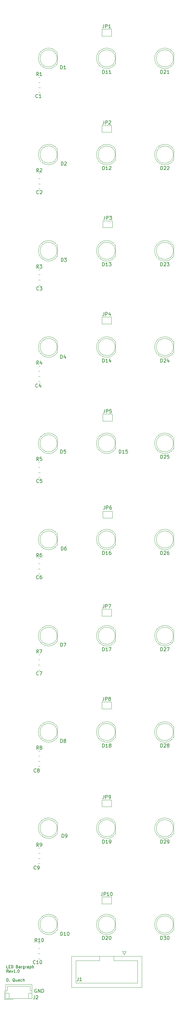
<source format=gto>
%TF.GenerationSoftware,KiCad,Pcbnew,(6.0.0)*%
%TF.CreationDate,2022-10-10T13:55:59+02:00*%
%TF.ProjectId,led_bar,6c65645f-6261-4722-9e6b-696361645f70,rev?*%
%TF.SameCoordinates,Original*%
%TF.FileFunction,Legend,Top*%
%TF.FilePolarity,Positive*%
%FSLAX46Y46*%
G04 Gerber Fmt 4.6, Leading zero omitted, Abs format (unit mm)*
G04 Created by KiCad (PCBNEW (6.0.0)) date 2022-10-10 13:55:59*
%MOMM*%
%LPD*%
G01*
G04 APERTURE LIST*
%ADD10C,0.150000*%
%ADD11C,0.130000*%
%ADD12C,0.120000*%
G04 APERTURE END LIST*
D10*
X45238095Y-310600000D02*
X45142857Y-310552380D01*
X45000000Y-310552380D01*
X44857142Y-310600000D01*
X44761904Y-310695238D01*
X44714285Y-310790476D01*
X44666666Y-310980952D01*
X44666666Y-311123809D01*
X44714285Y-311314285D01*
X44761904Y-311409523D01*
X44857142Y-311504761D01*
X45000000Y-311552380D01*
X45095238Y-311552380D01*
X45238095Y-311504761D01*
X45285714Y-311457142D01*
X45285714Y-311123809D01*
X45095238Y-311123809D01*
X45714285Y-311552380D02*
X45714285Y-310552380D01*
X46285714Y-311552380D01*
X46285714Y-310552380D01*
X46761904Y-311552380D02*
X46761904Y-310552380D01*
X47000000Y-310552380D01*
X47142857Y-310600000D01*
X47238095Y-310695238D01*
X47285714Y-310790476D01*
X47333333Y-310980952D01*
X47333333Y-311123809D01*
X47285714Y-311314285D01*
X47238095Y-311409523D01*
X47142857Y-311504761D01*
X47000000Y-311552380D01*
X46761904Y-311552380D01*
D11*
X36905928Y-304429904D02*
X36524976Y-304429904D01*
X36524976Y-303629904D01*
X37172595Y-304010857D02*
X37439261Y-304010857D01*
X37553547Y-304429904D02*
X37172595Y-304429904D01*
X37172595Y-303629904D01*
X37553547Y-303629904D01*
X37896404Y-304429904D02*
X37896404Y-303629904D01*
X38086880Y-303629904D01*
X38201166Y-303668000D01*
X38277357Y-303744190D01*
X38315452Y-303820380D01*
X38353547Y-303972761D01*
X38353547Y-304087047D01*
X38315452Y-304239428D01*
X38277357Y-304315619D01*
X38201166Y-304391809D01*
X38086880Y-304429904D01*
X37896404Y-304429904D01*
X39572595Y-304010857D02*
X39686880Y-304048952D01*
X39724976Y-304087047D01*
X39763071Y-304163238D01*
X39763071Y-304277523D01*
X39724976Y-304353714D01*
X39686880Y-304391809D01*
X39610690Y-304429904D01*
X39305928Y-304429904D01*
X39305928Y-303629904D01*
X39572595Y-303629904D01*
X39648785Y-303668000D01*
X39686880Y-303706095D01*
X39724976Y-303782285D01*
X39724976Y-303858476D01*
X39686880Y-303934666D01*
X39648785Y-303972761D01*
X39572595Y-304010857D01*
X39305928Y-304010857D01*
X40448785Y-304429904D02*
X40448785Y-304010857D01*
X40410690Y-303934666D01*
X40334500Y-303896571D01*
X40182119Y-303896571D01*
X40105928Y-303934666D01*
X40448785Y-304391809D02*
X40372595Y-304429904D01*
X40182119Y-304429904D01*
X40105928Y-304391809D01*
X40067833Y-304315619D01*
X40067833Y-304239428D01*
X40105928Y-304163238D01*
X40182119Y-304125142D01*
X40372595Y-304125142D01*
X40448785Y-304087047D01*
X40829738Y-304429904D02*
X40829738Y-303896571D01*
X40829738Y-304048952D02*
X40867833Y-303972761D01*
X40905928Y-303934666D01*
X40982119Y-303896571D01*
X41058309Y-303896571D01*
X41667833Y-303896571D02*
X41667833Y-304544190D01*
X41629738Y-304620380D01*
X41591642Y-304658476D01*
X41515452Y-304696571D01*
X41401166Y-304696571D01*
X41324976Y-304658476D01*
X41667833Y-304391809D02*
X41591642Y-304429904D01*
X41439261Y-304429904D01*
X41363071Y-304391809D01*
X41324976Y-304353714D01*
X41286880Y-304277523D01*
X41286880Y-304048952D01*
X41324976Y-303972761D01*
X41363071Y-303934666D01*
X41439261Y-303896571D01*
X41591642Y-303896571D01*
X41667833Y-303934666D01*
X42048785Y-304429904D02*
X42048785Y-303896571D01*
X42048785Y-304048952D02*
X42086880Y-303972761D01*
X42124976Y-303934666D01*
X42201166Y-303896571D01*
X42277357Y-303896571D01*
X42886880Y-304429904D02*
X42886880Y-304010857D01*
X42848785Y-303934666D01*
X42772595Y-303896571D01*
X42620214Y-303896571D01*
X42544023Y-303934666D01*
X42886880Y-304391809D02*
X42810690Y-304429904D01*
X42620214Y-304429904D01*
X42544023Y-304391809D01*
X42505928Y-304315619D01*
X42505928Y-304239428D01*
X42544023Y-304163238D01*
X42620214Y-304125142D01*
X42810690Y-304125142D01*
X42886880Y-304087047D01*
X43267833Y-303896571D02*
X43267833Y-304696571D01*
X43267833Y-303934666D02*
X43344023Y-303896571D01*
X43496404Y-303896571D01*
X43572595Y-303934666D01*
X43610690Y-303972761D01*
X43648785Y-304048952D01*
X43648785Y-304277523D01*
X43610690Y-304353714D01*
X43572595Y-304391809D01*
X43496404Y-304429904D01*
X43344023Y-304429904D01*
X43267833Y-304391809D01*
X43991642Y-304429904D02*
X43991642Y-303629904D01*
X44334500Y-304429904D02*
X44334500Y-304010857D01*
X44296404Y-303934666D01*
X44220214Y-303896571D01*
X44105928Y-303896571D01*
X44029738Y-303934666D01*
X43991642Y-303972761D01*
X36982119Y-305717904D02*
X36715452Y-305336952D01*
X36524976Y-305717904D02*
X36524976Y-304917904D01*
X36829738Y-304917904D01*
X36905928Y-304956000D01*
X36944023Y-304994095D01*
X36982119Y-305070285D01*
X36982119Y-305184571D01*
X36944023Y-305260761D01*
X36905928Y-305298857D01*
X36829738Y-305336952D01*
X36524976Y-305336952D01*
X37629738Y-305679809D02*
X37553547Y-305717904D01*
X37401166Y-305717904D01*
X37324976Y-305679809D01*
X37286880Y-305603619D01*
X37286880Y-305298857D01*
X37324976Y-305222666D01*
X37401166Y-305184571D01*
X37553547Y-305184571D01*
X37629738Y-305222666D01*
X37667833Y-305298857D01*
X37667833Y-305375047D01*
X37286880Y-305451238D01*
X37934500Y-305184571D02*
X38124976Y-305717904D01*
X38315452Y-305184571D01*
X39039261Y-305717904D02*
X38582119Y-305717904D01*
X38810690Y-305717904D02*
X38810690Y-304917904D01*
X38734500Y-305032190D01*
X38658309Y-305108380D01*
X38582119Y-305146476D01*
X39382119Y-305641714D02*
X39420214Y-305679809D01*
X39382119Y-305717904D01*
X39344023Y-305679809D01*
X39382119Y-305641714D01*
X39382119Y-305717904D01*
X39915452Y-304917904D02*
X39991642Y-304917904D01*
X40067833Y-304956000D01*
X40105928Y-304994095D01*
X40144023Y-305070285D01*
X40182119Y-305222666D01*
X40182119Y-305413142D01*
X40144023Y-305565523D01*
X40105928Y-305641714D01*
X40067833Y-305679809D01*
X39991642Y-305717904D01*
X39915452Y-305717904D01*
X39839261Y-305679809D01*
X39801166Y-305641714D01*
X39763071Y-305565523D01*
X39724976Y-305413142D01*
X39724976Y-305222666D01*
X39763071Y-305070285D01*
X39801166Y-304994095D01*
X39839261Y-304956000D01*
X39915452Y-304917904D01*
X36524976Y-308293904D02*
X36524976Y-307493904D01*
X36715452Y-307493904D01*
X36829738Y-307532000D01*
X36905928Y-307608190D01*
X36944023Y-307684380D01*
X36982119Y-307836761D01*
X36982119Y-307951047D01*
X36944023Y-308103428D01*
X36905928Y-308179619D01*
X36829738Y-308255809D01*
X36715452Y-308293904D01*
X36524976Y-308293904D01*
X37324976Y-308217714D02*
X37363071Y-308255809D01*
X37324976Y-308293904D01*
X37286880Y-308255809D01*
X37324976Y-308217714D01*
X37324976Y-308293904D01*
X38848785Y-308370095D02*
X38772595Y-308332000D01*
X38696404Y-308255809D01*
X38582119Y-308141523D01*
X38505928Y-308103428D01*
X38429738Y-308103428D01*
X38467833Y-308293904D02*
X38391642Y-308255809D01*
X38315452Y-308179619D01*
X38277357Y-308027238D01*
X38277357Y-307760571D01*
X38315452Y-307608190D01*
X38391642Y-307532000D01*
X38467833Y-307493904D01*
X38620214Y-307493904D01*
X38696404Y-307532000D01*
X38772595Y-307608190D01*
X38810690Y-307760571D01*
X38810690Y-308027238D01*
X38772595Y-308179619D01*
X38696404Y-308255809D01*
X38620214Y-308293904D01*
X38467833Y-308293904D01*
X39496404Y-307760571D02*
X39496404Y-308293904D01*
X39153547Y-307760571D02*
X39153547Y-308179619D01*
X39191642Y-308255809D01*
X39267833Y-308293904D01*
X39382119Y-308293904D01*
X39458309Y-308255809D01*
X39496404Y-308217714D01*
X40220214Y-308293904D02*
X40220214Y-307874857D01*
X40182119Y-307798666D01*
X40105928Y-307760571D01*
X39953547Y-307760571D01*
X39877357Y-307798666D01*
X40220214Y-308255809D02*
X40144023Y-308293904D01*
X39953547Y-308293904D01*
X39877357Y-308255809D01*
X39839261Y-308179619D01*
X39839261Y-308103428D01*
X39877357Y-308027238D01*
X39953547Y-307989142D01*
X40144023Y-307989142D01*
X40220214Y-307951047D01*
X40944023Y-308255809D02*
X40867833Y-308293904D01*
X40715452Y-308293904D01*
X40639261Y-308255809D01*
X40601166Y-308217714D01*
X40563071Y-308141523D01*
X40563071Y-307912952D01*
X40601166Y-307836761D01*
X40639261Y-307798666D01*
X40715452Y-307760571D01*
X40867833Y-307760571D01*
X40944023Y-307798666D01*
X41286880Y-308293904D02*
X41286880Y-307493904D01*
X41629738Y-308293904D02*
X41629738Y-307874857D01*
X41591642Y-307798666D01*
X41515452Y-307760571D01*
X41401166Y-307760571D01*
X41324976Y-307798666D01*
X41286880Y-307836761D01*
D10*
%TO.C,D10*%
X52285714Y-294952380D02*
X52285714Y-293952380D01*
X52523809Y-293952380D01*
X52666666Y-294000000D01*
X52761904Y-294095238D01*
X52809523Y-294190476D01*
X52857142Y-294380952D01*
X52857142Y-294523809D01*
X52809523Y-294714285D01*
X52761904Y-294809523D01*
X52666666Y-294904761D01*
X52523809Y-294952380D01*
X52285714Y-294952380D01*
X53809523Y-294952380D02*
X53238095Y-294952380D01*
X53523809Y-294952380D02*
X53523809Y-293952380D01*
X53428571Y-294095238D01*
X53333333Y-294190476D01*
X53238095Y-294238095D01*
X54428571Y-293952380D02*
X54523809Y-293952380D01*
X54619047Y-294000000D01*
X54666666Y-294047619D01*
X54714285Y-294142857D01*
X54761904Y-294333333D01*
X54761904Y-294571428D01*
X54714285Y-294761904D01*
X54666666Y-294857142D01*
X54619047Y-294904761D01*
X54523809Y-294952380D01*
X54428571Y-294952380D01*
X54333333Y-294904761D01*
X54285714Y-294857142D01*
X54238095Y-294761904D01*
X54190476Y-294571428D01*
X54190476Y-294333333D01*
X54238095Y-294142857D01*
X54285714Y-294047619D01*
X54333333Y-294000000D01*
X54428571Y-293952380D01*
%TO.C,D7*%
X52261904Y-210852380D02*
X52261904Y-209852380D01*
X52500000Y-209852380D01*
X52642857Y-209900000D01*
X52738095Y-209995238D01*
X52785714Y-210090476D01*
X52833333Y-210280952D01*
X52833333Y-210423809D01*
X52785714Y-210614285D01*
X52738095Y-210709523D01*
X52642857Y-210804761D01*
X52500000Y-210852380D01*
X52261904Y-210852380D01*
X53166666Y-209852380D02*
X53833333Y-209852380D01*
X53404761Y-210852380D01*
%TO.C,D29*%
X81540714Y-268162380D02*
X81540714Y-267162380D01*
X81778809Y-267162380D01*
X81921666Y-267210000D01*
X82016904Y-267305238D01*
X82064523Y-267400476D01*
X82112142Y-267590952D01*
X82112142Y-267733809D01*
X82064523Y-267924285D01*
X82016904Y-268019523D01*
X81921666Y-268114761D01*
X81778809Y-268162380D01*
X81540714Y-268162380D01*
X82493095Y-267257619D02*
X82540714Y-267210000D01*
X82635952Y-267162380D01*
X82874047Y-267162380D01*
X82969285Y-267210000D01*
X83016904Y-267257619D01*
X83064523Y-267352857D01*
X83064523Y-267448095D01*
X83016904Y-267590952D01*
X82445476Y-268162380D01*
X83064523Y-268162380D01*
X83540714Y-268162380D02*
X83731190Y-268162380D01*
X83826428Y-268114761D01*
X83874047Y-268067142D01*
X83969285Y-267924285D01*
X84016904Y-267733809D01*
X84016904Y-267352857D01*
X83969285Y-267257619D01*
X83921666Y-267210000D01*
X83826428Y-267162380D01*
X83635952Y-267162380D01*
X83540714Y-267210000D01*
X83493095Y-267257619D01*
X83445476Y-267352857D01*
X83445476Y-267590952D01*
X83493095Y-267686190D01*
X83540714Y-267733809D01*
X83635952Y-267781428D01*
X83826428Y-267781428D01*
X83921666Y-267733809D01*
X83969285Y-267686190D01*
X84016904Y-267590952D01*
%TO.C,D14*%
X64540714Y-128162380D02*
X64540714Y-127162380D01*
X64778809Y-127162380D01*
X64921666Y-127210000D01*
X65016904Y-127305238D01*
X65064523Y-127400476D01*
X65112142Y-127590952D01*
X65112142Y-127733809D01*
X65064523Y-127924285D01*
X65016904Y-128019523D01*
X64921666Y-128114761D01*
X64778809Y-128162380D01*
X64540714Y-128162380D01*
X66064523Y-128162380D02*
X65493095Y-128162380D01*
X65778809Y-128162380D02*
X65778809Y-127162380D01*
X65683571Y-127305238D01*
X65588333Y-127400476D01*
X65493095Y-127448095D01*
X66921666Y-127495714D02*
X66921666Y-128162380D01*
X66683571Y-127114761D02*
X66445476Y-127829047D01*
X67064523Y-127829047D01*
%TO.C,*%
%TO.C,D15*%
X69385714Y-154652380D02*
X69385714Y-153652380D01*
X69623809Y-153652380D01*
X69766666Y-153700000D01*
X69861904Y-153795238D01*
X69909523Y-153890476D01*
X69957142Y-154080952D01*
X69957142Y-154223809D01*
X69909523Y-154414285D01*
X69861904Y-154509523D01*
X69766666Y-154604761D01*
X69623809Y-154652380D01*
X69385714Y-154652380D01*
X70909523Y-154652380D02*
X70338095Y-154652380D01*
X70623809Y-154652380D02*
X70623809Y-153652380D01*
X70528571Y-153795238D01*
X70433333Y-153890476D01*
X70338095Y-153938095D01*
X71814285Y-153652380D02*
X71338095Y-153652380D01*
X71290476Y-154128571D01*
X71338095Y-154080952D01*
X71433333Y-154033333D01*
X71671428Y-154033333D01*
X71766666Y-154080952D01*
X71814285Y-154128571D01*
X71861904Y-154223809D01*
X71861904Y-154461904D01*
X71814285Y-154557142D01*
X71766666Y-154604761D01*
X71671428Y-154652380D01*
X71433333Y-154652380D01*
X71338095Y-154604761D01*
X71290476Y-154557142D01*
%TO.C,D27*%
X81540714Y-212162380D02*
X81540714Y-211162380D01*
X81778809Y-211162380D01*
X81921666Y-211210000D01*
X82016904Y-211305238D01*
X82064523Y-211400476D01*
X82112142Y-211590952D01*
X82112142Y-211733809D01*
X82064523Y-211924285D01*
X82016904Y-212019523D01*
X81921666Y-212114761D01*
X81778809Y-212162380D01*
X81540714Y-212162380D01*
X82493095Y-211257619D02*
X82540714Y-211210000D01*
X82635952Y-211162380D01*
X82874047Y-211162380D01*
X82969285Y-211210000D01*
X83016904Y-211257619D01*
X83064523Y-211352857D01*
X83064523Y-211448095D01*
X83016904Y-211590952D01*
X82445476Y-212162380D01*
X83064523Y-212162380D01*
X83397857Y-211162380D02*
X84064523Y-211162380D01*
X83635952Y-212162380D01*
%TO.C,C7*%
X45833333Y-219107142D02*
X45785714Y-219154761D01*
X45642857Y-219202380D01*
X45547619Y-219202380D01*
X45404761Y-219154761D01*
X45309523Y-219059523D01*
X45261904Y-218964285D01*
X45214285Y-218773809D01*
X45214285Y-218630952D01*
X45261904Y-218440476D01*
X45309523Y-218345238D01*
X45404761Y-218250000D01*
X45547619Y-218202380D01*
X45642857Y-218202380D01*
X45785714Y-218250000D01*
X45833333Y-218297619D01*
X46166666Y-218202380D02*
X46833333Y-218202380D01*
X46404761Y-219202380D01*
%TO.C,D25*%
X81540714Y-156162380D02*
X81540714Y-155162380D01*
X81778809Y-155162380D01*
X81921666Y-155210000D01*
X82016904Y-155305238D01*
X82064523Y-155400476D01*
X82112142Y-155590952D01*
X82112142Y-155733809D01*
X82064523Y-155924285D01*
X82016904Y-156019523D01*
X81921666Y-156114761D01*
X81778809Y-156162380D01*
X81540714Y-156162380D01*
X82493095Y-155257619D02*
X82540714Y-155210000D01*
X82635952Y-155162380D01*
X82874047Y-155162380D01*
X82969285Y-155210000D01*
X83016904Y-155257619D01*
X83064523Y-155352857D01*
X83064523Y-155448095D01*
X83016904Y-155590952D01*
X82445476Y-156162380D01*
X83064523Y-156162380D01*
X83969285Y-155162380D02*
X83493095Y-155162380D01*
X83445476Y-155638571D01*
X83493095Y-155590952D01*
X83588333Y-155543333D01*
X83826428Y-155543333D01*
X83921666Y-155590952D01*
X83969285Y-155638571D01*
X84016904Y-155733809D01*
X84016904Y-155971904D01*
X83969285Y-156067142D01*
X83921666Y-156114761D01*
X83826428Y-156162380D01*
X83588333Y-156162380D01*
X83493095Y-156114761D01*
X83445476Y-156067142D01*
%TO.C,*%
%TO.C,D23*%
X81540714Y-100162380D02*
X81540714Y-99162380D01*
X81778809Y-99162380D01*
X81921666Y-99210000D01*
X82016904Y-99305238D01*
X82064523Y-99400476D01*
X82112142Y-99590952D01*
X82112142Y-99733809D01*
X82064523Y-99924285D01*
X82016904Y-100019523D01*
X81921666Y-100114761D01*
X81778809Y-100162380D01*
X81540714Y-100162380D01*
X82493095Y-99257619D02*
X82540714Y-99210000D01*
X82635952Y-99162380D01*
X82874047Y-99162380D01*
X82969285Y-99210000D01*
X83016904Y-99257619D01*
X83064523Y-99352857D01*
X83064523Y-99448095D01*
X83016904Y-99590952D01*
X82445476Y-100162380D01*
X83064523Y-100162380D01*
X83397857Y-99162380D02*
X84016904Y-99162380D01*
X83683571Y-99543333D01*
X83826428Y-99543333D01*
X83921666Y-99590952D01*
X83969285Y-99638571D01*
X84016904Y-99733809D01*
X84016904Y-99971904D01*
X83969285Y-100067142D01*
X83921666Y-100114761D01*
X83826428Y-100162380D01*
X83540714Y-100162380D01*
X83445476Y-100114761D01*
X83397857Y-100067142D01*
%TO.C,*%
%TO.C,R8*%
X45833333Y-240802380D02*
X45500000Y-240326190D01*
X45261904Y-240802380D02*
X45261904Y-239802380D01*
X45642857Y-239802380D01*
X45738095Y-239850000D01*
X45785714Y-239897619D01*
X45833333Y-239992857D01*
X45833333Y-240135714D01*
X45785714Y-240230952D01*
X45738095Y-240278571D01*
X45642857Y-240326190D01*
X45261904Y-240326190D01*
X46404761Y-240230952D02*
X46309523Y-240183333D01*
X46261904Y-240135714D01*
X46214285Y-240040476D01*
X46214285Y-239992857D01*
X46261904Y-239897619D01*
X46309523Y-239850000D01*
X46404761Y-239802380D01*
X46595238Y-239802380D01*
X46690476Y-239850000D01*
X46738095Y-239897619D01*
X46785714Y-239992857D01*
X46785714Y-240040476D01*
X46738095Y-240135714D01*
X46690476Y-240183333D01*
X46595238Y-240230952D01*
X46404761Y-240230952D01*
X46309523Y-240278571D01*
X46261904Y-240326190D01*
X46214285Y-240421428D01*
X46214285Y-240611904D01*
X46261904Y-240707142D01*
X46309523Y-240754761D01*
X46404761Y-240802380D01*
X46595238Y-240802380D01*
X46690476Y-240754761D01*
X46738095Y-240707142D01*
X46785714Y-240611904D01*
X46785714Y-240421428D01*
X46738095Y-240326190D01*
X46690476Y-240278571D01*
X46595238Y-240230952D01*
%TO.C,JP6*%
X65166666Y-169952380D02*
X65166666Y-170666666D01*
X65119047Y-170809523D01*
X65023809Y-170904761D01*
X64880952Y-170952380D01*
X64785714Y-170952380D01*
X65642857Y-170952380D02*
X65642857Y-169952380D01*
X66023809Y-169952380D01*
X66119047Y-170000000D01*
X66166666Y-170047619D01*
X66214285Y-170142857D01*
X66214285Y-170285714D01*
X66166666Y-170380952D01*
X66119047Y-170428571D01*
X66023809Y-170476190D01*
X65642857Y-170476190D01*
X67071428Y-169952380D02*
X66880952Y-169952380D01*
X66785714Y-170000000D01*
X66738095Y-170047619D01*
X66642857Y-170190476D01*
X66595238Y-170380952D01*
X66595238Y-170761904D01*
X66642857Y-170857142D01*
X66690476Y-170904761D01*
X66785714Y-170952380D01*
X66976190Y-170952380D01*
X67071428Y-170904761D01*
X67119047Y-170857142D01*
X67166666Y-170761904D01*
X67166666Y-170523809D01*
X67119047Y-170428571D01*
X67071428Y-170380952D01*
X66976190Y-170333333D01*
X66785714Y-170333333D01*
X66690476Y-170380952D01*
X66642857Y-170428571D01*
X66595238Y-170523809D01*
%TO.C,JP3*%
X65191666Y-85652380D02*
X65191666Y-86366666D01*
X65144047Y-86509523D01*
X65048809Y-86604761D01*
X64905952Y-86652380D01*
X64810714Y-86652380D01*
X65667857Y-86652380D02*
X65667857Y-85652380D01*
X66048809Y-85652380D01*
X66144047Y-85700000D01*
X66191666Y-85747619D01*
X66239285Y-85842857D01*
X66239285Y-85985714D01*
X66191666Y-86080952D01*
X66144047Y-86128571D01*
X66048809Y-86176190D01*
X65667857Y-86176190D01*
X66572619Y-85652380D02*
X67191666Y-85652380D01*
X66858333Y-86033333D01*
X67001190Y-86033333D01*
X67096428Y-86080952D01*
X67144047Y-86128571D01*
X67191666Y-86223809D01*
X67191666Y-86461904D01*
X67144047Y-86557142D01*
X67096428Y-86604761D01*
X67001190Y-86652380D01*
X66715476Y-86652380D01*
X66620238Y-86604761D01*
X66572619Y-86557142D01*
%TO.C,*%
%TO.C,C9*%
X45083333Y-275607142D02*
X45035714Y-275654761D01*
X44892857Y-275702380D01*
X44797619Y-275702380D01*
X44654761Y-275654761D01*
X44559523Y-275559523D01*
X44511904Y-275464285D01*
X44464285Y-275273809D01*
X44464285Y-275130952D01*
X44511904Y-274940476D01*
X44559523Y-274845238D01*
X44654761Y-274750000D01*
X44797619Y-274702380D01*
X44892857Y-274702380D01*
X45035714Y-274750000D01*
X45083333Y-274797619D01*
X45559523Y-275702380D02*
X45750000Y-275702380D01*
X45845238Y-275654761D01*
X45892857Y-275607142D01*
X45988095Y-275464285D01*
X46035714Y-275273809D01*
X46035714Y-274892857D01*
X45988095Y-274797619D01*
X45940476Y-274750000D01*
X45845238Y-274702380D01*
X45654761Y-274702380D01*
X45559523Y-274750000D01*
X45511904Y-274797619D01*
X45464285Y-274892857D01*
X45464285Y-275130952D01*
X45511904Y-275226190D01*
X45559523Y-275273809D01*
X45654761Y-275321428D01*
X45845238Y-275321428D01*
X45940476Y-275273809D01*
X45988095Y-275226190D01*
X46035714Y-275130952D01*
%TO.C,R6*%
X45833333Y-184802380D02*
X45500000Y-184326190D01*
X45261904Y-184802380D02*
X45261904Y-183802380D01*
X45642857Y-183802380D01*
X45738095Y-183850000D01*
X45785714Y-183897619D01*
X45833333Y-183992857D01*
X45833333Y-184135714D01*
X45785714Y-184230952D01*
X45738095Y-184278571D01*
X45642857Y-184326190D01*
X45261904Y-184326190D01*
X46690476Y-183802380D02*
X46500000Y-183802380D01*
X46404761Y-183850000D01*
X46357142Y-183897619D01*
X46261904Y-184040476D01*
X46214285Y-184230952D01*
X46214285Y-184611904D01*
X46261904Y-184707142D01*
X46309523Y-184754761D01*
X46404761Y-184802380D01*
X46595238Y-184802380D01*
X46690476Y-184754761D01*
X46738095Y-184707142D01*
X46785714Y-184611904D01*
X46785714Y-184373809D01*
X46738095Y-184278571D01*
X46690476Y-184230952D01*
X46595238Y-184183333D01*
X46404761Y-184183333D01*
X46309523Y-184230952D01*
X46261904Y-184278571D01*
X46214285Y-184373809D01*
%TO.C,R10*%
X45357142Y-296802380D02*
X45023809Y-296326190D01*
X44785714Y-296802380D02*
X44785714Y-295802380D01*
X45166666Y-295802380D01*
X45261904Y-295850000D01*
X45309523Y-295897619D01*
X45357142Y-295992857D01*
X45357142Y-296135714D01*
X45309523Y-296230952D01*
X45261904Y-296278571D01*
X45166666Y-296326190D01*
X44785714Y-296326190D01*
X46309523Y-296802380D02*
X45738095Y-296802380D01*
X46023809Y-296802380D02*
X46023809Y-295802380D01*
X45928571Y-295945238D01*
X45833333Y-296040476D01*
X45738095Y-296088095D01*
X46928571Y-295802380D02*
X47023809Y-295802380D01*
X47119047Y-295850000D01*
X47166666Y-295897619D01*
X47214285Y-295992857D01*
X47261904Y-296183333D01*
X47261904Y-296421428D01*
X47214285Y-296611904D01*
X47166666Y-296707142D01*
X47119047Y-296754761D01*
X47023809Y-296802380D01*
X46928571Y-296802380D01*
X46833333Y-296754761D01*
X46785714Y-296707142D01*
X46738095Y-296611904D01*
X46690476Y-296421428D01*
X46690476Y-296183333D01*
X46738095Y-295992857D01*
X46785714Y-295897619D01*
X46833333Y-295850000D01*
X46928571Y-295802380D01*
%TO.C,*%
%TO.C,D26*%
X81540714Y-184162380D02*
X81540714Y-183162380D01*
X81778809Y-183162380D01*
X81921666Y-183210000D01*
X82016904Y-183305238D01*
X82064523Y-183400476D01*
X82112142Y-183590952D01*
X82112142Y-183733809D01*
X82064523Y-183924285D01*
X82016904Y-184019523D01*
X81921666Y-184114761D01*
X81778809Y-184162380D01*
X81540714Y-184162380D01*
X82493095Y-183257619D02*
X82540714Y-183210000D01*
X82635952Y-183162380D01*
X82874047Y-183162380D01*
X82969285Y-183210000D01*
X83016904Y-183257619D01*
X83064523Y-183352857D01*
X83064523Y-183448095D01*
X83016904Y-183590952D01*
X82445476Y-184162380D01*
X83064523Y-184162380D01*
X83921666Y-183162380D02*
X83731190Y-183162380D01*
X83635952Y-183210000D01*
X83588333Y-183257619D01*
X83493095Y-183400476D01*
X83445476Y-183590952D01*
X83445476Y-183971904D01*
X83493095Y-184067142D01*
X83540714Y-184114761D01*
X83635952Y-184162380D01*
X83826428Y-184162380D01*
X83921666Y-184114761D01*
X83969285Y-184067142D01*
X84016904Y-183971904D01*
X84016904Y-183733809D01*
X83969285Y-183638571D01*
X83921666Y-183590952D01*
X83826428Y-183543333D01*
X83635952Y-183543333D01*
X83540714Y-183590952D01*
X83493095Y-183638571D01*
X83445476Y-183733809D01*
%TO.C,*%
%TO.C,D19*%
X64540714Y-268162380D02*
X64540714Y-267162380D01*
X64778809Y-267162380D01*
X64921666Y-267210000D01*
X65016904Y-267305238D01*
X65064523Y-267400476D01*
X65112142Y-267590952D01*
X65112142Y-267733809D01*
X65064523Y-267924285D01*
X65016904Y-268019523D01*
X64921666Y-268114761D01*
X64778809Y-268162380D01*
X64540714Y-268162380D01*
X66064523Y-268162380D02*
X65493095Y-268162380D01*
X65778809Y-268162380D02*
X65778809Y-267162380D01*
X65683571Y-267305238D01*
X65588333Y-267400476D01*
X65493095Y-267448095D01*
X66540714Y-268162380D02*
X66731190Y-268162380D01*
X66826428Y-268114761D01*
X66874047Y-268067142D01*
X66969285Y-267924285D01*
X67016904Y-267733809D01*
X67016904Y-267352857D01*
X66969285Y-267257619D01*
X66921666Y-267210000D01*
X66826428Y-267162380D01*
X66635952Y-267162380D01*
X66540714Y-267210000D01*
X66493095Y-267257619D01*
X66445476Y-267352857D01*
X66445476Y-267590952D01*
X66493095Y-267686190D01*
X66540714Y-267733809D01*
X66635952Y-267781428D01*
X66826428Y-267781428D01*
X66921666Y-267733809D01*
X66969285Y-267686190D01*
X67016904Y-267590952D01*
%TO.C,J2*%
X44666666Y-312452380D02*
X44666666Y-313166666D01*
X44619047Y-313309523D01*
X44523809Y-313404761D01*
X44380952Y-313452380D01*
X44285714Y-313452380D01*
X45095238Y-312547619D02*
X45142857Y-312500000D01*
X45238095Y-312452380D01*
X45476190Y-312452380D01*
X45571428Y-312500000D01*
X45619047Y-312547619D01*
X45666666Y-312642857D01*
X45666666Y-312738095D01*
X45619047Y-312880952D01*
X45047619Y-313452380D01*
X45666666Y-313452380D01*
%TO.C,R1*%
X45833333Y-44802380D02*
X45500000Y-44326190D01*
X45261904Y-44802380D02*
X45261904Y-43802380D01*
X45642857Y-43802380D01*
X45738095Y-43850000D01*
X45785714Y-43897619D01*
X45833333Y-43992857D01*
X45833333Y-44135714D01*
X45785714Y-44230952D01*
X45738095Y-44278571D01*
X45642857Y-44326190D01*
X45261904Y-44326190D01*
X46785714Y-44802380D02*
X46214285Y-44802380D01*
X46500000Y-44802380D02*
X46500000Y-43802380D01*
X46404761Y-43945238D01*
X46309523Y-44040476D01*
X46214285Y-44088095D01*
%TO.C,D9*%
X52661904Y-266452380D02*
X52661904Y-265452380D01*
X52900000Y-265452380D01*
X53042857Y-265500000D01*
X53138095Y-265595238D01*
X53185714Y-265690476D01*
X53233333Y-265880952D01*
X53233333Y-266023809D01*
X53185714Y-266214285D01*
X53138095Y-266309523D01*
X53042857Y-266404761D01*
X52900000Y-266452380D01*
X52661904Y-266452380D01*
X53709523Y-266452380D02*
X53900000Y-266452380D01*
X53995238Y-266404761D01*
X54042857Y-266357142D01*
X54138095Y-266214285D01*
X54185714Y-266023809D01*
X54185714Y-265642857D01*
X54138095Y-265547619D01*
X54090476Y-265500000D01*
X53995238Y-265452380D01*
X53804761Y-265452380D01*
X53709523Y-265500000D01*
X53661904Y-265547619D01*
X53614285Y-265642857D01*
X53614285Y-265880952D01*
X53661904Y-265976190D01*
X53709523Y-266023809D01*
X53804761Y-266071428D01*
X53995238Y-266071428D01*
X54090476Y-266023809D01*
X54138095Y-265976190D01*
X54185714Y-265880952D01*
%TO.C,D4*%
X52261904Y-127052380D02*
X52261904Y-126052380D01*
X52500000Y-126052380D01*
X52642857Y-126100000D01*
X52738095Y-126195238D01*
X52785714Y-126290476D01*
X52833333Y-126480952D01*
X52833333Y-126623809D01*
X52785714Y-126814285D01*
X52738095Y-126909523D01*
X52642857Y-127004761D01*
X52500000Y-127052380D01*
X52261904Y-127052380D01*
X53690476Y-126385714D02*
X53690476Y-127052380D01*
X53452380Y-126004761D02*
X53214285Y-126719047D01*
X53833333Y-126719047D01*
%TO.C,D5*%
X52261904Y-154652380D02*
X52261904Y-153652380D01*
X52500000Y-153652380D01*
X52642857Y-153700000D01*
X52738095Y-153795238D01*
X52785714Y-153890476D01*
X52833333Y-154080952D01*
X52833333Y-154223809D01*
X52785714Y-154414285D01*
X52738095Y-154509523D01*
X52642857Y-154604761D01*
X52500000Y-154652380D01*
X52261904Y-154652380D01*
X53738095Y-153652380D02*
X53261904Y-153652380D01*
X53214285Y-154128571D01*
X53261904Y-154080952D01*
X53357142Y-154033333D01*
X53595238Y-154033333D01*
X53690476Y-154080952D01*
X53738095Y-154128571D01*
X53785714Y-154223809D01*
X53785714Y-154461904D01*
X53738095Y-154557142D01*
X53690476Y-154604761D01*
X53595238Y-154652380D01*
X53357142Y-154652380D01*
X53261904Y-154604761D01*
X53214285Y-154557142D01*
%TO.C,JP5*%
X65141666Y-141902380D02*
X65141666Y-142616666D01*
X65094047Y-142759523D01*
X64998809Y-142854761D01*
X64855952Y-142902380D01*
X64760714Y-142902380D01*
X65617857Y-142902380D02*
X65617857Y-141902380D01*
X65998809Y-141902380D01*
X66094047Y-141950000D01*
X66141666Y-141997619D01*
X66189285Y-142092857D01*
X66189285Y-142235714D01*
X66141666Y-142330952D01*
X66094047Y-142378571D01*
X65998809Y-142426190D01*
X65617857Y-142426190D01*
X67094047Y-141902380D02*
X66617857Y-141902380D01*
X66570238Y-142378571D01*
X66617857Y-142330952D01*
X66713095Y-142283333D01*
X66951190Y-142283333D01*
X67046428Y-142330952D01*
X67094047Y-142378571D01*
X67141666Y-142473809D01*
X67141666Y-142711904D01*
X67094047Y-142807142D01*
X67046428Y-142854761D01*
X66951190Y-142902380D01*
X66713095Y-142902380D01*
X66617857Y-142854761D01*
X66570238Y-142807142D01*
%TO.C,D21*%
X81540714Y-44162380D02*
X81540714Y-43162380D01*
X81778809Y-43162380D01*
X81921666Y-43210000D01*
X82016904Y-43305238D01*
X82064523Y-43400476D01*
X82112142Y-43590952D01*
X82112142Y-43733809D01*
X82064523Y-43924285D01*
X82016904Y-44019523D01*
X81921666Y-44114761D01*
X81778809Y-44162380D01*
X81540714Y-44162380D01*
X82493095Y-43257619D02*
X82540714Y-43210000D01*
X82635952Y-43162380D01*
X82874047Y-43162380D01*
X82969285Y-43210000D01*
X83016904Y-43257619D01*
X83064523Y-43352857D01*
X83064523Y-43448095D01*
X83016904Y-43590952D01*
X82445476Y-44162380D01*
X83064523Y-44162380D01*
X84016904Y-44162380D02*
X83445476Y-44162380D01*
X83731190Y-44162380D02*
X83731190Y-43162380D01*
X83635952Y-43305238D01*
X83540714Y-43400476D01*
X83445476Y-43448095D01*
%TO.C,R7*%
X45833333Y-212802380D02*
X45500000Y-212326190D01*
X45261904Y-212802380D02*
X45261904Y-211802380D01*
X45642857Y-211802380D01*
X45738095Y-211850000D01*
X45785714Y-211897619D01*
X45833333Y-211992857D01*
X45833333Y-212135714D01*
X45785714Y-212230952D01*
X45738095Y-212278571D01*
X45642857Y-212326190D01*
X45261904Y-212326190D01*
X46166666Y-211802380D02*
X46833333Y-211802380D01*
X46404761Y-212802380D01*
%TO.C,*%
%TO.C,C4*%
X45583333Y-135357142D02*
X45535714Y-135404761D01*
X45392857Y-135452380D01*
X45297619Y-135452380D01*
X45154761Y-135404761D01*
X45059523Y-135309523D01*
X45011904Y-135214285D01*
X44964285Y-135023809D01*
X44964285Y-134880952D01*
X45011904Y-134690476D01*
X45059523Y-134595238D01*
X45154761Y-134500000D01*
X45297619Y-134452380D01*
X45392857Y-134452380D01*
X45535714Y-134500000D01*
X45583333Y-134547619D01*
X46440476Y-134785714D02*
X46440476Y-135452380D01*
X46202380Y-134404761D02*
X45964285Y-135119047D01*
X46583333Y-135119047D01*
%TO.C,D2*%
X52461904Y-70852380D02*
X52461904Y-69852380D01*
X52700000Y-69852380D01*
X52842857Y-69900000D01*
X52938095Y-69995238D01*
X52985714Y-70090476D01*
X53033333Y-70280952D01*
X53033333Y-70423809D01*
X52985714Y-70614285D01*
X52938095Y-70709523D01*
X52842857Y-70804761D01*
X52700000Y-70852380D01*
X52461904Y-70852380D01*
X53414285Y-69947619D02*
X53461904Y-69900000D01*
X53557142Y-69852380D01*
X53795238Y-69852380D01*
X53890476Y-69900000D01*
X53938095Y-69947619D01*
X53985714Y-70042857D01*
X53985714Y-70138095D01*
X53938095Y-70280952D01*
X53366666Y-70852380D01*
X53985714Y-70852380D01*
%TO.C,D3*%
X52461904Y-98852380D02*
X52461904Y-97852380D01*
X52700000Y-97852380D01*
X52842857Y-97900000D01*
X52938095Y-97995238D01*
X52985714Y-98090476D01*
X53033333Y-98280952D01*
X53033333Y-98423809D01*
X52985714Y-98614285D01*
X52938095Y-98709523D01*
X52842857Y-98804761D01*
X52700000Y-98852380D01*
X52461904Y-98852380D01*
X53366666Y-97852380D02*
X53985714Y-97852380D01*
X53652380Y-98233333D01*
X53795238Y-98233333D01*
X53890476Y-98280952D01*
X53938095Y-98328571D01*
X53985714Y-98423809D01*
X53985714Y-98661904D01*
X53938095Y-98757142D01*
X53890476Y-98804761D01*
X53795238Y-98852380D01*
X53509523Y-98852380D01*
X53414285Y-98804761D01*
X53366666Y-98757142D01*
%TO.C,R4*%
X45833333Y-128802380D02*
X45500000Y-128326190D01*
X45261904Y-128802380D02*
X45261904Y-127802380D01*
X45642857Y-127802380D01*
X45738095Y-127850000D01*
X45785714Y-127897619D01*
X45833333Y-127992857D01*
X45833333Y-128135714D01*
X45785714Y-128230952D01*
X45738095Y-128278571D01*
X45642857Y-128326190D01*
X45261904Y-128326190D01*
X46690476Y-128135714D02*
X46690476Y-128802380D01*
X46452380Y-127754761D02*
X46214285Y-128469047D01*
X46833333Y-128469047D01*
%TO.C,JP2*%
X64941666Y-57902380D02*
X64941666Y-58616666D01*
X64894047Y-58759523D01*
X64798809Y-58854761D01*
X64655952Y-58902380D01*
X64560714Y-58902380D01*
X65417857Y-58902380D02*
X65417857Y-57902380D01*
X65798809Y-57902380D01*
X65894047Y-57950000D01*
X65941666Y-57997619D01*
X65989285Y-58092857D01*
X65989285Y-58235714D01*
X65941666Y-58330952D01*
X65894047Y-58378571D01*
X65798809Y-58426190D01*
X65417857Y-58426190D01*
X66370238Y-57997619D02*
X66417857Y-57950000D01*
X66513095Y-57902380D01*
X66751190Y-57902380D01*
X66846428Y-57950000D01*
X66894047Y-57997619D01*
X66941666Y-58092857D01*
X66941666Y-58188095D01*
X66894047Y-58330952D01*
X66322619Y-58902380D01*
X66941666Y-58902380D01*
%TO.C,D17*%
X64540714Y-212162380D02*
X64540714Y-211162380D01*
X64778809Y-211162380D01*
X64921666Y-211210000D01*
X65016904Y-211305238D01*
X65064523Y-211400476D01*
X65112142Y-211590952D01*
X65112142Y-211733809D01*
X65064523Y-211924285D01*
X65016904Y-212019523D01*
X64921666Y-212114761D01*
X64778809Y-212162380D01*
X64540714Y-212162380D01*
X66064523Y-212162380D02*
X65493095Y-212162380D01*
X65778809Y-212162380D02*
X65778809Y-211162380D01*
X65683571Y-211305238D01*
X65588333Y-211400476D01*
X65493095Y-211448095D01*
X66397857Y-211162380D02*
X67064523Y-211162380D01*
X66635952Y-212162380D01*
%TO.C,JP4*%
X64916666Y-113652380D02*
X64916666Y-114366666D01*
X64869047Y-114509523D01*
X64773809Y-114604761D01*
X64630952Y-114652380D01*
X64535714Y-114652380D01*
X65392857Y-114652380D02*
X65392857Y-113652380D01*
X65773809Y-113652380D01*
X65869047Y-113700000D01*
X65916666Y-113747619D01*
X65964285Y-113842857D01*
X65964285Y-113985714D01*
X65916666Y-114080952D01*
X65869047Y-114128571D01*
X65773809Y-114176190D01*
X65392857Y-114176190D01*
X66821428Y-113985714D02*
X66821428Y-114652380D01*
X66583333Y-113604761D02*
X66345238Y-114319047D01*
X66964285Y-114319047D01*
%TO.C,D13*%
X64540714Y-100162380D02*
X64540714Y-99162380D01*
X64778809Y-99162380D01*
X64921666Y-99210000D01*
X65016904Y-99305238D01*
X65064523Y-99400476D01*
X65112142Y-99590952D01*
X65112142Y-99733809D01*
X65064523Y-99924285D01*
X65016904Y-100019523D01*
X64921666Y-100114761D01*
X64778809Y-100162380D01*
X64540714Y-100162380D01*
X66064523Y-100162380D02*
X65493095Y-100162380D01*
X65778809Y-100162380D02*
X65778809Y-99162380D01*
X65683571Y-99305238D01*
X65588333Y-99400476D01*
X65493095Y-99448095D01*
X66397857Y-99162380D02*
X67016904Y-99162380D01*
X66683571Y-99543333D01*
X66826428Y-99543333D01*
X66921666Y-99590952D01*
X66969285Y-99638571D01*
X67016904Y-99733809D01*
X67016904Y-99971904D01*
X66969285Y-100067142D01*
X66921666Y-100114761D01*
X66826428Y-100162380D01*
X66540714Y-100162380D01*
X66445476Y-100114761D01*
X66397857Y-100067142D01*
%TO.C,D1*%
X52261904Y-42852380D02*
X52261904Y-41852380D01*
X52500000Y-41852380D01*
X52642857Y-41900000D01*
X52738095Y-41995238D01*
X52785714Y-42090476D01*
X52833333Y-42280952D01*
X52833333Y-42423809D01*
X52785714Y-42614285D01*
X52738095Y-42709523D01*
X52642857Y-42804761D01*
X52500000Y-42852380D01*
X52261904Y-42852380D01*
X53785714Y-42852380D02*
X53214285Y-42852380D01*
X53500000Y-42852380D02*
X53500000Y-41852380D01*
X53404761Y-41995238D01*
X53309523Y-42090476D01*
X53214285Y-42138095D01*
%TO.C,D18*%
X64540714Y-240202380D02*
X64540714Y-239202380D01*
X64778809Y-239202380D01*
X64921666Y-239250000D01*
X65016904Y-239345238D01*
X65064523Y-239440476D01*
X65112142Y-239630952D01*
X65112142Y-239773809D01*
X65064523Y-239964285D01*
X65016904Y-240059523D01*
X64921666Y-240154761D01*
X64778809Y-240202380D01*
X64540714Y-240202380D01*
X66064523Y-240202380D02*
X65493095Y-240202380D01*
X65778809Y-240202380D02*
X65778809Y-239202380D01*
X65683571Y-239345238D01*
X65588333Y-239440476D01*
X65493095Y-239488095D01*
X66635952Y-239630952D02*
X66540714Y-239583333D01*
X66493095Y-239535714D01*
X66445476Y-239440476D01*
X66445476Y-239392857D01*
X66493095Y-239297619D01*
X66540714Y-239250000D01*
X66635952Y-239202380D01*
X66826428Y-239202380D01*
X66921666Y-239250000D01*
X66969285Y-239297619D01*
X67016904Y-239392857D01*
X67016904Y-239440476D01*
X66969285Y-239535714D01*
X66921666Y-239583333D01*
X66826428Y-239630952D01*
X66635952Y-239630952D01*
X66540714Y-239678571D01*
X66493095Y-239726190D01*
X66445476Y-239821428D01*
X66445476Y-240011904D01*
X66493095Y-240107142D01*
X66540714Y-240154761D01*
X66635952Y-240202380D01*
X66826428Y-240202380D01*
X66921666Y-240154761D01*
X66969285Y-240107142D01*
X67016904Y-240011904D01*
X67016904Y-239821428D01*
X66969285Y-239726190D01*
X66921666Y-239678571D01*
X66826428Y-239630952D01*
%TO.C,D8*%
X52261904Y-238852380D02*
X52261904Y-237852380D01*
X52500000Y-237852380D01*
X52642857Y-237900000D01*
X52738095Y-237995238D01*
X52785714Y-238090476D01*
X52833333Y-238280952D01*
X52833333Y-238423809D01*
X52785714Y-238614285D01*
X52738095Y-238709523D01*
X52642857Y-238804761D01*
X52500000Y-238852380D01*
X52261904Y-238852380D01*
X53404761Y-238280952D02*
X53309523Y-238233333D01*
X53261904Y-238185714D01*
X53214285Y-238090476D01*
X53214285Y-238042857D01*
X53261904Y-237947619D01*
X53309523Y-237900000D01*
X53404761Y-237852380D01*
X53595238Y-237852380D01*
X53690476Y-237900000D01*
X53738095Y-237947619D01*
X53785714Y-238042857D01*
X53785714Y-238090476D01*
X53738095Y-238185714D01*
X53690476Y-238233333D01*
X53595238Y-238280952D01*
X53404761Y-238280952D01*
X53309523Y-238328571D01*
X53261904Y-238376190D01*
X53214285Y-238471428D01*
X53214285Y-238661904D01*
X53261904Y-238757142D01*
X53309523Y-238804761D01*
X53404761Y-238852380D01*
X53595238Y-238852380D01*
X53690476Y-238804761D01*
X53738095Y-238757142D01*
X53785714Y-238661904D01*
X53785714Y-238471428D01*
X53738095Y-238376190D01*
X53690476Y-238328571D01*
X53595238Y-238280952D01*
%TO.C,D24*%
X81540714Y-128162380D02*
X81540714Y-127162380D01*
X81778809Y-127162380D01*
X81921666Y-127210000D01*
X82016904Y-127305238D01*
X82064523Y-127400476D01*
X82112142Y-127590952D01*
X82112142Y-127733809D01*
X82064523Y-127924285D01*
X82016904Y-128019523D01*
X81921666Y-128114761D01*
X81778809Y-128162380D01*
X81540714Y-128162380D01*
X82493095Y-127257619D02*
X82540714Y-127210000D01*
X82635952Y-127162380D01*
X82874047Y-127162380D01*
X82969285Y-127210000D01*
X83016904Y-127257619D01*
X83064523Y-127352857D01*
X83064523Y-127448095D01*
X83016904Y-127590952D01*
X82445476Y-128162380D01*
X83064523Y-128162380D01*
X83921666Y-127495714D02*
X83921666Y-128162380D01*
X83683571Y-127114761D02*
X83445476Y-127829047D01*
X84064523Y-127829047D01*
%TO.C,R2*%
X45833333Y-72802380D02*
X45500000Y-72326190D01*
X45261904Y-72802380D02*
X45261904Y-71802380D01*
X45642857Y-71802380D01*
X45738095Y-71850000D01*
X45785714Y-71897619D01*
X45833333Y-71992857D01*
X45833333Y-72135714D01*
X45785714Y-72230952D01*
X45738095Y-72278571D01*
X45642857Y-72326190D01*
X45261904Y-72326190D01*
X46214285Y-71897619D02*
X46261904Y-71850000D01*
X46357142Y-71802380D01*
X46595238Y-71802380D01*
X46690476Y-71850000D01*
X46738095Y-71897619D01*
X46785714Y-71992857D01*
X46785714Y-72088095D01*
X46738095Y-72230952D01*
X46166666Y-72802380D01*
X46785714Y-72802380D01*
%TO.C,R3*%
X45833333Y-100802380D02*
X45500000Y-100326190D01*
X45261904Y-100802380D02*
X45261904Y-99802380D01*
X45642857Y-99802380D01*
X45738095Y-99850000D01*
X45785714Y-99897619D01*
X45833333Y-99992857D01*
X45833333Y-100135714D01*
X45785714Y-100230952D01*
X45738095Y-100278571D01*
X45642857Y-100326190D01*
X45261904Y-100326190D01*
X46166666Y-99802380D02*
X46785714Y-99802380D01*
X46452380Y-100183333D01*
X46595238Y-100183333D01*
X46690476Y-100230952D01*
X46738095Y-100278571D01*
X46785714Y-100373809D01*
X46785714Y-100611904D01*
X46738095Y-100707142D01*
X46690476Y-100754761D01*
X46595238Y-100802380D01*
X46309523Y-100802380D01*
X46214285Y-100754761D01*
X46166666Y-100707142D01*
%TO.C,R9*%
X45833333Y-269059880D02*
X45500000Y-268583690D01*
X45261904Y-269059880D02*
X45261904Y-268059880D01*
X45642857Y-268059880D01*
X45738095Y-268107500D01*
X45785714Y-268155119D01*
X45833333Y-268250357D01*
X45833333Y-268393214D01*
X45785714Y-268488452D01*
X45738095Y-268536071D01*
X45642857Y-268583690D01*
X45261904Y-268583690D01*
X46309523Y-269059880D02*
X46500000Y-269059880D01*
X46595238Y-269012261D01*
X46642857Y-268964642D01*
X46738095Y-268821785D01*
X46785714Y-268631309D01*
X46785714Y-268250357D01*
X46738095Y-268155119D01*
X46690476Y-268107500D01*
X46595238Y-268059880D01*
X46404761Y-268059880D01*
X46309523Y-268107500D01*
X46261904Y-268155119D01*
X46214285Y-268250357D01*
X46214285Y-268488452D01*
X46261904Y-268583690D01*
X46309523Y-268631309D01*
X46404761Y-268678928D01*
X46595238Y-268678928D01*
X46690476Y-268631309D01*
X46738095Y-268583690D01*
X46785714Y-268488452D01*
%TO.C,D30*%
X81540714Y-296162380D02*
X81540714Y-295162380D01*
X81778809Y-295162380D01*
X81921666Y-295210000D01*
X82016904Y-295305238D01*
X82064523Y-295400476D01*
X82112142Y-295590952D01*
X82112142Y-295733809D01*
X82064523Y-295924285D01*
X82016904Y-296019523D01*
X81921666Y-296114761D01*
X81778809Y-296162380D01*
X81540714Y-296162380D01*
X82445476Y-295162380D02*
X83064523Y-295162380D01*
X82731190Y-295543333D01*
X82874047Y-295543333D01*
X82969285Y-295590952D01*
X83016904Y-295638571D01*
X83064523Y-295733809D01*
X83064523Y-295971904D01*
X83016904Y-296067142D01*
X82969285Y-296114761D01*
X82874047Y-296162380D01*
X82588333Y-296162380D01*
X82493095Y-296114761D01*
X82445476Y-296067142D01*
X83683571Y-295162380D02*
X83778809Y-295162380D01*
X83874047Y-295210000D01*
X83921666Y-295257619D01*
X83969285Y-295352857D01*
X84016904Y-295543333D01*
X84016904Y-295781428D01*
X83969285Y-295971904D01*
X83921666Y-296067142D01*
X83874047Y-296114761D01*
X83778809Y-296162380D01*
X83683571Y-296162380D01*
X83588333Y-296114761D01*
X83540714Y-296067142D01*
X83493095Y-295971904D01*
X83445476Y-295781428D01*
X83445476Y-295543333D01*
X83493095Y-295352857D01*
X83540714Y-295257619D01*
X83588333Y-295210000D01*
X83683571Y-295162380D01*
%TO.C,D20*%
X64540714Y-296162380D02*
X64540714Y-295162380D01*
X64778809Y-295162380D01*
X64921666Y-295210000D01*
X65016904Y-295305238D01*
X65064523Y-295400476D01*
X65112142Y-295590952D01*
X65112142Y-295733809D01*
X65064523Y-295924285D01*
X65016904Y-296019523D01*
X64921666Y-296114761D01*
X64778809Y-296162380D01*
X64540714Y-296162380D01*
X65493095Y-295257619D02*
X65540714Y-295210000D01*
X65635952Y-295162380D01*
X65874047Y-295162380D01*
X65969285Y-295210000D01*
X66016904Y-295257619D01*
X66064523Y-295352857D01*
X66064523Y-295448095D01*
X66016904Y-295590952D01*
X65445476Y-296162380D01*
X66064523Y-296162380D01*
X66683571Y-295162380D02*
X66778809Y-295162380D01*
X66874047Y-295210000D01*
X66921666Y-295257619D01*
X66969285Y-295352857D01*
X67016904Y-295543333D01*
X67016904Y-295781428D01*
X66969285Y-295971904D01*
X66921666Y-296067142D01*
X66874047Y-296114761D01*
X66778809Y-296162380D01*
X66683571Y-296162380D01*
X66588333Y-296114761D01*
X66540714Y-296067142D01*
X66493095Y-295971904D01*
X66445476Y-295781428D01*
X66445476Y-295543333D01*
X66493095Y-295352857D01*
X66540714Y-295257619D01*
X66588333Y-295210000D01*
X66683571Y-295162380D01*
%TO.C,D16*%
X64540714Y-184162380D02*
X64540714Y-183162380D01*
X64778809Y-183162380D01*
X64921666Y-183210000D01*
X65016904Y-183305238D01*
X65064523Y-183400476D01*
X65112142Y-183590952D01*
X65112142Y-183733809D01*
X65064523Y-183924285D01*
X65016904Y-184019523D01*
X64921666Y-184114761D01*
X64778809Y-184162380D01*
X64540714Y-184162380D01*
X66064523Y-184162380D02*
X65493095Y-184162380D01*
X65778809Y-184162380D02*
X65778809Y-183162380D01*
X65683571Y-183305238D01*
X65588333Y-183400476D01*
X65493095Y-183448095D01*
X66921666Y-183162380D02*
X66731190Y-183162380D01*
X66635952Y-183210000D01*
X66588333Y-183257619D01*
X66493095Y-183400476D01*
X66445476Y-183590952D01*
X66445476Y-183971904D01*
X66493095Y-184067142D01*
X66540714Y-184114761D01*
X66635952Y-184162380D01*
X66826428Y-184162380D01*
X66921666Y-184114761D01*
X66969285Y-184067142D01*
X67016904Y-183971904D01*
X67016904Y-183733809D01*
X66969285Y-183638571D01*
X66921666Y-183590952D01*
X66826428Y-183543333D01*
X66635952Y-183543333D01*
X66540714Y-183590952D01*
X66493095Y-183638571D01*
X66445476Y-183733809D01*
%TO.C,J1*%
X57416666Y-307202380D02*
X57416666Y-307916666D01*
X57369047Y-308059523D01*
X57273809Y-308154761D01*
X57130952Y-308202380D01*
X57035714Y-308202380D01*
X58416666Y-308202380D02*
X57845238Y-308202380D01*
X58130952Y-308202380D02*
X58130952Y-307202380D01*
X58035714Y-307345238D01*
X57940476Y-307440476D01*
X57845238Y-307488095D01*
%TO.C,D11*%
X64540714Y-44162380D02*
X64540714Y-43162380D01*
X64778809Y-43162380D01*
X64921666Y-43210000D01*
X65016904Y-43305238D01*
X65064523Y-43400476D01*
X65112142Y-43590952D01*
X65112142Y-43733809D01*
X65064523Y-43924285D01*
X65016904Y-44019523D01*
X64921666Y-44114761D01*
X64778809Y-44162380D01*
X64540714Y-44162380D01*
X66064523Y-44162380D02*
X65493095Y-44162380D01*
X65778809Y-44162380D02*
X65778809Y-43162380D01*
X65683571Y-43305238D01*
X65588333Y-43400476D01*
X65493095Y-43448095D01*
X67016904Y-44162380D02*
X66445476Y-44162380D01*
X66731190Y-44162380D02*
X66731190Y-43162380D01*
X66635952Y-43305238D01*
X66540714Y-43400476D01*
X66445476Y-43448095D01*
%TO.C,JP10*%
X64440476Y-282402380D02*
X64440476Y-283116666D01*
X64392857Y-283259523D01*
X64297619Y-283354761D01*
X64154761Y-283402380D01*
X64059523Y-283402380D01*
X64916666Y-283402380D02*
X64916666Y-282402380D01*
X65297619Y-282402380D01*
X65392857Y-282450000D01*
X65440476Y-282497619D01*
X65488095Y-282592857D01*
X65488095Y-282735714D01*
X65440476Y-282830952D01*
X65392857Y-282878571D01*
X65297619Y-282926190D01*
X64916666Y-282926190D01*
X66440476Y-283402380D02*
X65869047Y-283402380D01*
X66154761Y-283402380D02*
X66154761Y-282402380D01*
X66059523Y-282545238D01*
X65964285Y-282640476D01*
X65869047Y-282688095D01*
X67059523Y-282402380D02*
X67154761Y-282402380D01*
X67250000Y-282450000D01*
X67297619Y-282497619D01*
X67345238Y-282592857D01*
X67392857Y-282783333D01*
X67392857Y-283021428D01*
X67345238Y-283211904D01*
X67297619Y-283307142D01*
X67250000Y-283354761D01*
X67154761Y-283402380D01*
X67059523Y-283402380D01*
X66964285Y-283354761D01*
X66916666Y-283307142D01*
X66869047Y-283211904D01*
X66821428Y-283021428D01*
X66821428Y-282783333D01*
X66869047Y-282592857D01*
X66916666Y-282497619D01*
X66964285Y-282450000D01*
X67059523Y-282402380D01*
%TO.C,JP8*%
X64891666Y-225652380D02*
X64891666Y-226366666D01*
X64844047Y-226509523D01*
X64748809Y-226604761D01*
X64605952Y-226652380D01*
X64510714Y-226652380D01*
X65367857Y-226652380D02*
X65367857Y-225652380D01*
X65748809Y-225652380D01*
X65844047Y-225700000D01*
X65891666Y-225747619D01*
X65939285Y-225842857D01*
X65939285Y-225985714D01*
X65891666Y-226080952D01*
X65844047Y-226128571D01*
X65748809Y-226176190D01*
X65367857Y-226176190D01*
X66510714Y-226080952D02*
X66415476Y-226033333D01*
X66367857Y-225985714D01*
X66320238Y-225890476D01*
X66320238Y-225842857D01*
X66367857Y-225747619D01*
X66415476Y-225700000D01*
X66510714Y-225652380D01*
X66701190Y-225652380D01*
X66796428Y-225700000D01*
X66844047Y-225747619D01*
X66891666Y-225842857D01*
X66891666Y-225890476D01*
X66844047Y-225985714D01*
X66796428Y-226033333D01*
X66701190Y-226080952D01*
X66510714Y-226080952D01*
X66415476Y-226128571D01*
X66367857Y-226176190D01*
X66320238Y-226271428D01*
X66320238Y-226461904D01*
X66367857Y-226557142D01*
X66415476Y-226604761D01*
X66510714Y-226652380D01*
X66701190Y-226652380D01*
X66796428Y-226604761D01*
X66844047Y-226557142D01*
X66891666Y-226461904D01*
X66891666Y-226271428D01*
X66844047Y-226176190D01*
X66796428Y-226128571D01*
X66701190Y-226080952D01*
%TO.C,D28*%
X81540714Y-240162380D02*
X81540714Y-239162380D01*
X81778809Y-239162380D01*
X81921666Y-239210000D01*
X82016904Y-239305238D01*
X82064523Y-239400476D01*
X82112142Y-239590952D01*
X82112142Y-239733809D01*
X82064523Y-239924285D01*
X82016904Y-240019523D01*
X81921666Y-240114761D01*
X81778809Y-240162380D01*
X81540714Y-240162380D01*
X82493095Y-239257619D02*
X82540714Y-239210000D01*
X82635952Y-239162380D01*
X82874047Y-239162380D01*
X82969285Y-239210000D01*
X83016904Y-239257619D01*
X83064523Y-239352857D01*
X83064523Y-239448095D01*
X83016904Y-239590952D01*
X82445476Y-240162380D01*
X83064523Y-240162380D01*
X83635952Y-239590952D02*
X83540714Y-239543333D01*
X83493095Y-239495714D01*
X83445476Y-239400476D01*
X83445476Y-239352857D01*
X83493095Y-239257619D01*
X83540714Y-239210000D01*
X83635952Y-239162380D01*
X83826428Y-239162380D01*
X83921666Y-239210000D01*
X83969285Y-239257619D01*
X84016904Y-239352857D01*
X84016904Y-239400476D01*
X83969285Y-239495714D01*
X83921666Y-239543333D01*
X83826428Y-239590952D01*
X83635952Y-239590952D01*
X83540714Y-239638571D01*
X83493095Y-239686190D01*
X83445476Y-239781428D01*
X83445476Y-239971904D01*
X83493095Y-240067142D01*
X83540714Y-240114761D01*
X83635952Y-240162380D01*
X83826428Y-240162380D01*
X83921666Y-240114761D01*
X83969285Y-240067142D01*
X84016904Y-239971904D01*
X84016904Y-239781428D01*
X83969285Y-239686190D01*
X83921666Y-239638571D01*
X83826428Y-239590952D01*
%TO.C,JP7*%
X64916666Y-198652380D02*
X64916666Y-199366666D01*
X64869047Y-199509523D01*
X64773809Y-199604761D01*
X64630952Y-199652380D01*
X64535714Y-199652380D01*
X65392857Y-199652380D02*
X65392857Y-198652380D01*
X65773809Y-198652380D01*
X65869047Y-198700000D01*
X65916666Y-198747619D01*
X65964285Y-198842857D01*
X65964285Y-198985714D01*
X65916666Y-199080952D01*
X65869047Y-199128571D01*
X65773809Y-199176190D01*
X65392857Y-199176190D01*
X66297619Y-198652380D02*
X66964285Y-198652380D01*
X66535714Y-199652380D01*
%TO.C,D12*%
X64540714Y-72162380D02*
X64540714Y-71162380D01*
X64778809Y-71162380D01*
X64921666Y-71210000D01*
X65016904Y-71305238D01*
X65064523Y-71400476D01*
X65112142Y-71590952D01*
X65112142Y-71733809D01*
X65064523Y-71924285D01*
X65016904Y-72019523D01*
X64921666Y-72114761D01*
X64778809Y-72162380D01*
X64540714Y-72162380D01*
X66064523Y-72162380D02*
X65493095Y-72162380D01*
X65778809Y-72162380D02*
X65778809Y-71162380D01*
X65683571Y-71305238D01*
X65588333Y-71400476D01*
X65493095Y-71448095D01*
X66445476Y-71257619D02*
X66493095Y-71210000D01*
X66588333Y-71162380D01*
X66826428Y-71162380D01*
X66921666Y-71210000D01*
X66969285Y-71257619D01*
X67016904Y-71352857D01*
X67016904Y-71448095D01*
X66969285Y-71590952D01*
X66397857Y-72162380D01*
X67016904Y-72162380D01*
%TO.C,C5*%
X45870833Y-163107142D02*
X45823214Y-163154761D01*
X45680357Y-163202380D01*
X45585119Y-163202380D01*
X45442261Y-163154761D01*
X45347023Y-163059523D01*
X45299404Y-162964285D01*
X45251785Y-162773809D01*
X45251785Y-162630952D01*
X45299404Y-162440476D01*
X45347023Y-162345238D01*
X45442261Y-162250000D01*
X45585119Y-162202380D01*
X45680357Y-162202380D01*
X45823214Y-162250000D01*
X45870833Y-162297619D01*
X46775595Y-162202380D02*
X46299404Y-162202380D01*
X46251785Y-162678571D01*
X46299404Y-162630952D01*
X46394642Y-162583333D01*
X46632738Y-162583333D01*
X46727976Y-162630952D01*
X46775595Y-162678571D01*
X46823214Y-162773809D01*
X46823214Y-163011904D01*
X46775595Y-163107142D01*
X46727976Y-163154761D01*
X46632738Y-163202380D01*
X46394642Y-163202380D01*
X46299404Y-163154761D01*
X46251785Y-163107142D01*
%TO.C,JP1*%
X64891666Y-29902380D02*
X64891666Y-30616666D01*
X64844047Y-30759523D01*
X64748809Y-30854761D01*
X64605952Y-30902380D01*
X64510714Y-30902380D01*
X65367857Y-30902380D02*
X65367857Y-29902380D01*
X65748809Y-29902380D01*
X65844047Y-29950000D01*
X65891666Y-29997619D01*
X65939285Y-30092857D01*
X65939285Y-30235714D01*
X65891666Y-30330952D01*
X65844047Y-30378571D01*
X65748809Y-30426190D01*
X65367857Y-30426190D01*
X66891666Y-30902380D02*
X66320238Y-30902380D01*
X66605952Y-30902380D02*
X66605952Y-29902380D01*
X66510714Y-30045238D01*
X66415476Y-30140476D01*
X66320238Y-30188095D01*
%TO.C,D22*%
X81540714Y-72162380D02*
X81540714Y-71162380D01*
X81778809Y-71162380D01*
X81921666Y-71210000D01*
X82016904Y-71305238D01*
X82064523Y-71400476D01*
X82112142Y-71590952D01*
X82112142Y-71733809D01*
X82064523Y-71924285D01*
X82016904Y-72019523D01*
X81921666Y-72114761D01*
X81778809Y-72162380D01*
X81540714Y-72162380D01*
X82493095Y-71257619D02*
X82540714Y-71210000D01*
X82635952Y-71162380D01*
X82874047Y-71162380D01*
X82969285Y-71210000D01*
X83016904Y-71257619D01*
X83064523Y-71352857D01*
X83064523Y-71448095D01*
X83016904Y-71590952D01*
X82445476Y-72162380D01*
X83064523Y-72162380D01*
X83445476Y-71257619D02*
X83493095Y-71210000D01*
X83588333Y-71162380D01*
X83826428Y-71162380D01*
X83921666Y-71210000D01*
X83969285Y-71257619D01*
X84016904Y-71352857D01*
X84016904Y-71448095D01*
X83969285Y-71590952D01*
X83397857Y-72162380D01*
X84016904Y-72162380D01*
%TO.C,C2*%
X45870833Y-79107142D02*
X45823214Y-79154761D01*
X45680357Y-79202380D01*
X45585119Y-79202380D01*
X45442261Y-79154761D01*
X45347023Y-79059523D01*
X45299404Y-78964285D01*
X45251785Y-78773809D01*
X45251785Y-78630952D01*
X45299404Y-78440476D01*
X45347023Y-78345238D01*
X45442261Y-78250000D01*
X45585119Y-78202380D01*
X45680357Y-78202380D01*
X45823214Y-78250000D01*
X45870833Y-78297619D01*
X46251785Y-78297619D02*
X46299404Y-78250000D01*
X46394642Y-78202380D01*
X46632738Y-78202380D01*
X46727976Y-78250000D01*
X46775595Y-78297619D01*
X46823214Y-78392857D01*
X46823214Y-78488095D01*
X46775595Y-78630952D01*
X46204166Y-79202380D01*
X46823214Y-79202380D01*
%TO.C,D6*%
X52461904Y-182852380D02*
X52461904Y-181852380D01*
X52700000Y-181852380D01*
X52842857Y-181900000D01*
X52938095Y-181995238D01*
X52985714Y-182090476D01*
X53033333Y-182280952D01*
X53033333Y-182423809D01*
X52985714Y-182614285D01*
X52938095Y-182709523D01*
X52842857Y-182804761D01*
X52700000Y-182852380D01*
X52461904Y-182852380D01*
X53890476Y-181852380D02*
X53700000Y-181852380D01*
X53604761Y-181900000D01*
X53557142Y-181947619D01*
X53461904Y-182090476D01*
X53414285Y-182280952D01*
X53414285Y-182661904D01*
X53461904Y-182757142D01*
X53509523Y-182804761D01*
X53604761Y-182852380D01*
X53795238Y-182852380D01*
X53890476Y-182804761D01*
X53938095Y-182757142D01*
X53985714Y-182661904D01*
X53985714Y-182423809D01*
X53938095Y-182328571D01*
X53890476Y-182280952D01*
X53795238Y-182233333D01*
X53604761Y-182233333D01*
X53509523Y-182280952D01*
X53461904Y-182328571D01*
X53414285Y-182423809D01*
%TO.C,*%
%TO.C,C6*%
X45833333Y-191107142D02*
X45785714Y-191154761D01*
X45642857Y-191202380D01*
X45547619Y-191202380D01*
X45404761Y-191154761D01*
X45309523Y-191059523D01*
X45261904Y-190964285D01*
X45214285Y-190773809D01*
X45214285Y-190630952D01*
X45261904Y-190440476D01*
X45309523Y-190345238D01*
X45404761Y-190250000D01*
X45547619Y-190202380D01*
X45642857Y-190202380D01*
X45785714Y-190250000D01*
X45833333Y-190297619D01*
X46690476Y-190202380D02*
X46500000Y-190202380D01*
X46404761Y-190250000D01*
X46357142Y-190297619D01*
X46261904Y-190440476D01*
X46214285Y-190630952D01*
X46214285Y-191011904D01*
X46261904Y-191107142D01*
X46309523Y-191154761D01*
X46404761Y-191202380D01*
X46595238Y-191202380D01*
X46690476Y-191154761D01*
X46738095Y-191107142D01*
X46785714Y-191011904D01*
X46785714Y-190773809D01*
X46738095Y-190678571D01*
X46690476Y-190630952D01*
X46595238Y-190583333D01*
X46404761Y-190583333D01*
X46309523Y-190630952D01*
X46261904Y-190678571D01*
X46214285Y-190773809D01*
%TO.C,R5*%
X45833333Y-156802380D02*
X45500000Y-156326190D01*
X45261904Y-156802380D02*
X45261904Y-155802380D01*
X45642857Y-155802380D01*
X45738095Y-155850000D01*
X45785714Y-155897619D01*
X45833333Y-155992857D01*
X45833333Y-156135714D01*
X45785714Y-156230952D01*
X45738095Y-156278571D01*
X45642857Y-156326190D01*
X45261904Y-156326190D01*
X46738095Y-155802380D02*
X46261904Y-155802380D01*
X46214285Y-156278571D01*
X46261904Y-156230952D01*
X46357142Y-156183333D01*
X46595238Y-156183333D01*
X46690476Y-156230952D01*
X46738095Y-156278571D01*
X46785714Y-156373809D01*
X46785714Y-156611904D01*
X46738095Y-156707142D01*
X46690476Y-156754761D01*
X46595238Y-156802380D01*
X46357142Y-156802380D01*
X46261904Y-156754761D01*
X46214285Y-156707142D01*
%TO.C,*%
%TO.C,JP9*%
X64916666Y-254152380D02*
X64916666Y-254866666D01*
X64869047Y-255009523D01*
X64773809Y-255104761D01*
X64630952Y-255152380D01*
X64535714Y-255152380D01*
X65392857Y-255152380D02*
X65392857Y-254152380D01*
X65773809Y-254152380D01*
X65869047Y-254200000D01*
X65916666Y-254247619D01*
X65964285Y-254342857D01*
X65964285Y-254485714D01*
X65916666Y-254580952D01*
X65869047Y-254628571D01*
X65773809Y-254676190D01*
X65392857Y-254676190D01*
X66440476Y-255152380D02*
X66630952Y-255152380D01*
X66726190Y-255104761D01*
X66773809Y-255057142D01*
X66869047Y-254914285D01*
X66916666Y-254723809D01*
X66916666Y-254342857D01*
X66869047Y-254247619D01*
X66821428Y-254200000D01*
X66726190Y-254152380D01*
X66535714Y-254152380D01*
X66440476Y-254200000D01*
X66392857Y-254247619D01*
X66345238Y-254342857D01*
X66345238Y-254580952D01*
X66392857Y-254676190D01*
X66440476Y-254723809D01*
X66535714Y-254771428D01*
X66726190Y-254771428D01*
X66821428Y-254723809D01*
X66869047Y-254676190D01*
X66916666Y-254580952D01*
%TO.C,C8*%
X45083333Y-247357142D02*
X45035714Y-247404761D01*
X44892857Y-247452380D01*
X44797619Y-247452380D01*
X44654761Y-247404761D01*
X44559523Y-247309523D01*
X44511904Y-247214285D01*
X44464285Y-247023809D01*
X44464285Y-246880952D01*
X44511904Y-246690476D01*
X44559523Y-246595238D01*
X44654761Y-246500000D01*
X44797619Y-246452380D01*
X44892857Y-246452380D01*
X45035714Y-246500000D01*
X45083333Y-246547619D01*
X45654761Y-246880952D02*
X45559523Y-246833333D01*
X45511904Y-246785714D01*
X45464285Y-246690476D01*
X45464285Y-246642857D01*
X45511904Y-246547619D01*
X45559523Y-246500000D01*
X45654761Y-246452380D01*
X45845238Y-246452380D01*
X45940476Y-246500000D01*
X45988095Y-246547619D01*
X46035714Y-246642857D01*
X46035714Y-246690476D01*
X45988095Y-246785714D01*
X45940476Y-246833333D01*
X45845238Y-246880952D01*
X45654761Y-246880952D01*
X45559523Y-246928571D01*
X45511904Y-246976190D01*
X45464285Y-247071428D01*
X45464285Y-247261904D01*
X45511904Y-247357142D01*
X45559523Y-247404761D01*
X45654761Y-247452380D01*
X45845238Y-247452380D01*
X45940476Y-247404761D01*
X45988095Y-247357142D01*
X46035714Y-247261904D01*
X46035714Y-247071428D01*
X45988095Y-246976190D01*
X45940476Y-246928571D01*
X45845238Y-246880952D01*
%TO.C,C1*%
X45609581Y-51107142D02*
X45561962Y-51154761D01*
X45419105Y-51202380D01*
X45323867Y-51202380D01*
X45181009Y-51154761D01*
X45085771Y-51059523D01*
X45038152Y-50964285D01*
X44990533Y-50773809D01*
X44990533Y-50630952D01*
X45038152Y-50440476D01*
X45085771Y-50345238D01*
X45181009Y-50250000D01*
X45323867Y-50202380D01*
X45419105Y-50202380D01*
X45561962Y-50250000D01*
X45609581Y-50297619D01*
X46561962Y-51202380D02*
X45990533Y-51202380D01*
X46276248Y-51202380D02*
X46276248Y-50202380D01*
X46181009Y-50345238D01*
X46085771Y-50440476D01*
X45990533Y-50488095D01*
%TO.C,*%
%TO.C,C3*%
X45870833Y-107107142D02*
X45823214Y-107154761D01*
X45680357Y-107202380D01*
X45585119Y-107202380D01*
X45442261Y-107154761D01*
X45347023Y-107059523D01*
X45299404Y-106964285D01*
X45251785Y-106773809D01*
X45251785Y-106630952D01*
X45299404Y-106440476D01*
X45347023Y-106345238D01*
X45442261Y-106250000D01*
X45585119Y-106202380D01*
X45680357Y-106202380D01*
X45823214Y-106250000D01*
X45870833Y-106297619D01*
X46204166Y-106202380D02*
X46823214Y-106202380D01*
X46489880Y-106583333D01*
X46632738Y-106583333D01*
X46727976Y-106630952D01*
X46775595Y-106678571D01*
X46823214Y-106773809D01*
X46823214Y-107011904D01*
X46775595Y-107107142D01*
X46727976Y-107154761D01*
X46632738Y-107202380D01*
X46347023Y-107202380D01*
X46251785Y-107154761D01*
X46204166Y-107107142D01*
%TO.C,C10*%
X44857142Y-303107142D02*
X44809523Y-303154761D01*
X44666666Y-303202380D01*
X44571428Y-303202380D01*
X44428571Y-303154761D01*
X44333333Y-303059523D01*
X44285714Y-302964285D01*
X44238095Y-302773809D01*
X44238095Y-302630952D01*
X44285714Y-302440476D01*
X44333333Y-302345238D01*
X44428571Y-302250000D01*
X44571428Y-302202380D01*
X44666666Y-302202380D01*
X44809523Y-302250000D01*
X44857142Y-302297619D01*
X45809523Y-303202380D02*
X45238095Y-303202380D01*
X45523809Y-303202380D02*
X45523809Y-302202380D01*
X45428571Y-302345238D01*
X45333333Y-302440476D01*
X45238095Y-302488095D01*
X46428571Y-302202380D02*
X46523809Y-302202380D01*
X46619047Y-302250000D01*
X46666666Y-302297619D01*
X46714285Y-302392857D01*
X46761904Y-302583333D01*
X46761904Y-302821428D01*
X46714285Y-303011904D01*
X46666666Y-303107142D01*
X46619047Y-303154761D01*
X46523809Y-303202380D01*
X46428571Y-303202380D01*
X46333333Y-303154761D01*
X46285714Y-303107142D01*
X46238095Y-303011904D01*
X46190476Y-302821428D01*
X46190476Y-302583333D01*
X46238095Y-302392857D01*
X46285714Y-302297619D01*
X46333333Y-302250000D01*
X46428571Y-302202380D01*
D12*
%TO.C,D10*%
X51315000Y-293295000D02*
X51315000Y-290205000D01*
X45765000Y-291749538D02*
G75*
G03*
X51315000Y-293294830I2990000J-462D01*
G01*
X51315000Y-290205170D02*
G75*
G03*
X45765000Y-291750462I-2560000J-1544830D01*
G01*
X51255000Y-291750000D02*
G75*
G03*
X51255000Y-291750000I-2500000J0D01*
G01*
%TO.C,D7*%
X51315000Y-209295000D02*
X51315000Y-206205000D01*
X45765000Y-207749538D02*
G75*
G03*
X51315000Y-209294830I2990000J-462D01*
G01*
X51315000Y-206205170D02*
G75*
G03*
X45765000Y-207750462I-2560000J-1544830D01*
G01*
X51255000Y-207750000D02*
G75*
G03*
X51255000Y-207750000I-2500000J0D01*
G01*
%TO.C,D29*%
X85315000Y-265295000D02*
X85315000Y-262205000D01*
X85315000Y-262205170D02*
G75*
G03*
X79765000Y-263750462I-2560000J-1544830D01*
G01*
X79765000Y-263749538D02*
G75*
G03*
X85315000Y-265294830I2990000J-462D01*
G01*
X85255000Y-263750000D02*
G75*
G03*
X85255000Y-263750000I-2500000J0D01*
G01*
%TO.C,D14*%
X68315000Y-125295000D02*
X68315000Y-122205000D01*
X62765000Y-123749538D02*
G75*
G03*
X68315000Y-125294830I2990000J-462D01*
G01*
X68315000Y-122205170D02*
G75*
G03*
X62765000Y-123750462I-2560000J-1544830D01*
G01*
X68255000Y-123750000D02*
G75*
G03*
X68255000Y-123750000I-2500000J0D01*
G01*
%TO.C,D15*%
X68315000Y-153295000D02*
X68315000Y-150205000D01*
X62765000Y-151749538D02*
G75*
G03*
X68315000Y-153294830I2990000J-462D01*
G01*
X68315000Y-150205170D02*
G75*
G03*
X62765000Y-151750462I-2560000J-1544830D01*
G01*
X68255000Y-151750000D02*
G75*
G03*
X68255000Y-151750000I-2500000J0D01*
G01*
%TO.C,D27*%
X85315000Y-209295000D02*
X85315000Y-206205000D01*
X79765000Y-207749538D02*
G75*
G03*
X85315000Y-209294830I2990000J-462D01*
G01*
X85315000Y-206205170D02*
G75*
G03*
X79765000Y-207750462I-2560000J-1544830D01*
G01*
X85255000Y-207750000D02*
G75*
G03*
X85255000Y-207750000I-2500000J0D01*
G01*
%TO.C,C7*%
X45738748Y-217735000D02*
X46261252Y-217735000D01*
X45738748Y-216265000D02*
X46261252Y-216265000D01*
%TO.C,D25*%
X85315000Y-153295000D02*
X85315000Y-150205000D01*
X85315000Y-150205170D02*
G75*
G03*
X79765000Y-151750462I-2560000J-1544830D01*
G01*
X79765000Y-151749538D02*
G75*
G03*
X85315000Y-153294830I2990000J-462D01*
G01*
X85255000Y-151750000D02*
G75*
G03*
X85255000Y-151750000I-2500000J0D01*
G01*
%TO.C,D23*%
X85315000Y-97295000D02*
X85315000Y-94205000D01*
X79765000Y-95749538D02*
G75*
G03*
X85315000Y-97294830I2990000J-462D01*
G01*
X85315000Y-94205170D02*
G75*
G03*
X79765000Y-95750462I-2560000J-1544830D01*
G01*
X85255000Y-95750000D02*
G75*
G03*
X85255000Y-95750000I-2500000J0D01*
G01*
%TO.C,R8*%
X45772936Y-242735000D02*
X46227064Y-242735000D01*
X45772936Y-241265000D02*
X46227064Y-241265000D01*
%TO.C,JP6*%
X64600000Y-173500000D02*
X64600000Y-171500000D01*
X64600000Y-171500000D02*
X67400000Y-171500000D01*
X67400000Y-173500000D02*
X64600000Y-173500000D01*
X67400000Y-171500000D02*
X67400000Y-173500000D01*
%TO.C,JP3*%
X67425000Y-89000000D02*
X64625000Y-89000000D01*
X64625000Y-89000000D02*
X64625000Y-87000000D01*
X64625000Y-87000000D02*
X67425000Y-87000000D01*
X67425000Y-87000000D02*
X67425000Y-89000000D01*
%TO.C,C9*%
X45738748Y-272522500D02*
X46261252Y-272522500D01*
X45738748Y-273992500D02*
X46261252Y-273992500D01*
%TO.C,R6*%
X45772936Y-185265000D02*
X46227064Y-185265000D01*
X45772936Y-186735000D02*
X46227064Y-186735000D01*
%TO.C,R10*%
X45772936Y-298735000D02*
X46227064Y-298735000D01*
X45772936Y-297265000D02*
X46227064Y-297265000D01*
%TO.C,D26*%
X85315000Y-181295000D02*
X85315000Y-178205000D01*
X79765000Y-179749538D02*
G75*
G03*
X85315000Y-181294830I2990000J-462D01*
G01*
X85315000Y-178205170D02*
G75*
G03*
X79765000Y-179750462I-2560000J-1544830D01*
G01*
X85255000Y-179750000D02*
G75*
G03*
X85255000Y-179750000I-2500000J0D01*
G01*
%TO.C,D19*%
X68315000Y-265295000D02*
X68315000Y-262205000D01*
X68315000Y-262205170D02*
G75*
G03*
X62765000Y-263750462I-2560000J-1544830D01*
G01*
X62765000Y-263749538D02*
G75*
G03*
X68315000Y-265294830I2990000J-462D01*
G01*
X68255000Y-263750000D02*
G75*
G03*
X68255000Y-263750000I-2500000J0D01*
G01*
%TO.C,J2*%
X42860000Y-311760000D02*
X42860000Y-313260000D01*
X36140000Y-311760000D02*
X37140000Y-311760000D01*
X35840000Y-311060000D02*
X35840000Y-313560000D01*
X36140000Y-310950000D02*
X36640000Y-310950000D01*
X36640000Y-309740000D02*
X43360000Y-309740000D01*
X43360000Y-310950000D02*
X43860000Y-310950000D01*
X36140000Y-313260000D02*
X43860000Y-313260000D01*
X36140000Y-309240000D02*
X36140000Y-313260000D01*
X35840000Y-313560000D02*
X38340000Y-313560000D01*
X43860000Y-309240000D02*
X36140000Y-309240000D01*
X43860000Y-313260000D02*
X43860000Y-309240000D01*
X43360000Y-309740000D02*
X43360000Y-310950000D01*
X36640000Y-310950000D02*
X36640000Y-309740000D01*
X43860000Y-311760000D02*
X42860000Y-311760000D01*
X37140000Y-311760000D02*
X37140000Y-313260000D01*
%TO.C,R1*%
X45772936Y-46735000D02*
X46227064Y-46735000D01*
X45772936Y-45265000D02*
X46227064Y-45265000D01*
%TO.C,D9*%
X51315000Y-265295000D02*
X51315000Y-262205000D01*
X51315000Y-262205170D02*
G75*
G03*
X45765000Y-263750462I-2560000J-1544830D01*
G01*
X45765000Y-263749538D02*
G75*
G03*
X51315000Y-265294830I2990000J-462D01*
G01*
X51255000Y-263750000D02*
G75*
G03*
X51255000Y-263750000I-2500000J0D01*
G01*
%TO.C,D4*%
X51315000Y-125295000D02*
X51315000Y-122205000D01*
X51315000Y-122205170D02*
G75*
G03*
X45765000Y-123750462I-2560000J-1544830D01*
G01*
X45765000Y-123749538D02*
G75*
G03*
X51315000Y-125294830I2990000J-462D01*
G01*
X51255000Y-123750000D02*
G75*
G03*
X51255000Y-123750000I-2500000J0D01*
G01*
%TO.C,D5*%
X51315000Y-153295000D02*
X51315000Y-150205000D01*
X45765000Y-151749538D02*
G75*
G03*
X51315000Y-153294830I2990000J-462D01*
G01*
X51315000Y-150205170D02*
G75*
G03*
X45765000Y-151750462I-2560000J-1544830D01*
G01*
X51255000Y-151750000D02*
G75*
G03*
X51255000Y-151750000I-2500000J0D01*
G01*
%TO.C,JP5*%
X64575000Y-143250000D02*
X67375000Y-143250000D01*
X67375000Y-143250000D02*
X67375000Y-145250000D01*
X67375000Y-145250000D02*
X64575000Y-145250000D01*
X64575000Y-145250000D02*
X64575000Y-143250000D01*
%TO.C,D21*%
X85315000Y-41295000D02*
X85315000Y-38205000D01*
X85315000Y-38205170D02*
G75*
G03*
X79765000Y-39750462I-2560000J-1544830D01*
G01*
X79765000Y-39749538D02*
G75*
G03*
X85315000Y-41294830I2990000J-462D01*
G01*
X85255000Y-39750000D02*
G75*
G03*
X85255000Y-39750000I-2500000J0D01*
G01*
%TO.C,R7*%
X45772936Y-213265000D02*
X46227064Y-213265000D01*
X45772936Y-214735000D02*
X46227064Y-214735000D01*
%TO.C,C4*%
X45701248Y-133735000D02*
X46223752Y-133735000D01*
X45701248Y-132265000D02*
X46223752Y-132265000D01*
%TO.C,D2*%
X51315000Y-69295000D02*
X51315000Y-66205000D01*
X45765000Y-67749538D02*
G75*
G03*
X51315000Y-69294830I2990000J-462D01*
G01*
X51315000Y-66205170D02*
G75*
G03*
X45765000Y-67750462I-2560000J-1544830D01*
G01*
X51255000Y-67750000D02*
G75*
G03*
X51255000Y-67750000I-2500000J0D01*
G01*
%TO.C,D3*%
X51315000Y-97295000D02*
X51315000Y-94205000D01*
X51315000Y-94205170D02*
G75*
G03*
X45765000Y-95750462I-2560000J-1544830D01*
G01*
X45765000Y-95749538D02*
G75*
G03*
X51315000Y-97294830I2990000J-462D01*
G01*
X51255000Y-95750000D02*
G75*
G03*
X51255000Y-95750000I-2500000J0D01*
G01*
%TO.C,R4*%
X45772936Y-130735000D02*
X46227064Y-130735000D01*
X45772936Y-129265000D02*
X46227064Y-129265000D01*
%TO.C,JP2*%
X64375000Y-59250000D02*
X67175000Y-59250000D01*
X64375000Y-61250000D02*
X64375000Y-59250000D01*
X67175000Y-61250000D02*
X64375000Y-61250000D01*
X67175000Y-59250000D02*
X67175000Y-61250000D01*
%TO.C,D17*%
X68315000Y-209295000D02*
X68315000Y-206205000D01*
X68315000Y-206205170D02*
G75*
G03*
X62765000Y-207750462I-2560000J-1544830D01*
G01*
X62765000Y-207749538D02*
G75*
G03*
X68315000Y-209294830I2990000J-462D01*
G01*
X68255000Y-207750000D02*
G75*
G03*
X68255000Y-207750000I-2500000J0D01*
G01*
%TO.C,JP4*%
X64350000Y-117000000D02*
X64350000Y-115000000D01*
X67150000Y-117000000D02*
X64350000Y-117000000D01*
X67150000Y-115000000D02*
X67150000Y-117000000D01*
X64350000Y-115000000D02*
X67150000Y-115000000D01*
%TO.C,D13*%
X68315000Y-97295000D02*
X68315000Y-94205000D01*
X68315000Y-94205170D02*
G75*
G03*
X62765000Y-95750462I-2560000J-1544830D01*
G01*
X62765000Y-95749538D02*
G75*
G03*
X68315000Y-97294830I2990000J-462D01*
G01*
X68255000Y-95750000D02*
G75*
G03*
X68255000Y-95750000I-2500000J0D01*
G01*
%TO.C,D1*%
X51315000Y-41295000D02*
X51315000Y-38205000D01*
X51315000Y-38205170D02*
G75*
G03*
X45765000Y-39750462I-2560000J-1544830D01*
G01*
X45765000Y-39749538D02*
G75*
G03*
X51315000Y-41294830I2990000J-462D01*
G01*
X51255000Y-39750000D02*
G75*
G03*
X51255000Y-39750000I-2500000J0D01*
G01*
%TO.C,D18*%
X68315000Y-237295000D02*
X68315000Y-234205000D01*
X62765000Y-235749538D02*
G75*
G03*
X68315000Y-237294830I2990000J-462D01*
G01*
X68315000Y-234205170D02*
G75*
G03*
X62765000Y-235750462I-2560000J-1544830D01*
G01*
X68255000Y-235750000D02*
G75*
G03*
X68255000Y-235750000I-2500000J0D01*
G01*
%TO.C,D8*%
X51315000Y-237295000D02*
X51315000Y-234205000D01*
X51315000Y-234205170D02*
G75*
G03*
X45765000Y-235750462I-2560000J-1544830D01*
G01*
X45765000Y-235749538D02*
G75*
G03*
X51315000Y-237294830I2990000J-462D01*
G01*
X51255000Y-235750000D02*
G75*
G03*
X51255000Y-235750000I-2500000J0D01*
G01*
%TO.C,D24*%
X85315000Y-125295000D02*
X85315000Y-122205000D01*
X85315000Y-122205170D02*
G75*
G03*
X79765000Y-123750462I-2560000J-1544830D01*
G01*
X79765000Y-123749538D02*
G75*
G03*
X85315000Y-125294830I2990000J-462D01*
G01*
X85255000Y-123750000D02*
G75*
G03*
X85255000Y-123750000I-2500000J0D01*
G01*
%TO.C,R2*%
X45772936Y-73265000D02*
X46227064Y-73265000D01*
X45772936Y-74735000D02*
X46227064Y-74735000D01*
%TO.C,R3*%
X45772936Y-101265000D02*
X46227064Y-101265000D01*
X45772936Y-102735000D02*
X46227064Y-102735000D01*
%TO.C,R9*%
X45772936Y-270992500D02*
X46227064Y-270992500D01*
X45772936Y-269522500D02*
X46227064Y-269522500D01*
%TO.C,D30*%
X85315000Y-293295000D02*
X85315000Y-290205000D01*
X79765000Y-291749538D02*
G75*
G03*
X85315000Y-293294830I2990000J-462D01*
G01*
X85315000Y-290205170D02*
G75*
G03*
X79765000Y-291750462I-2560000J-1544830D01*
G01*
X85255000Y-291750000D02*
G75*
G03*
X85255000Y-291750000I-2500000J0D01*
G01*
%TO.C,D20*%
X68315000Y-293295000D02*
X68315000Y-290205000D01*
X62765000Y-291749538D02*
G75*
G03*
X68315000Y-293294830I2990000J-462D01*
G01*
X68315000Y-290205170D02*
G75*
G03*
X62765000Y-291750462I-2560000J-1544830D01*
G01*
X68255000Y-291750000D02*
G75*
G03*
X68255000Y-291750000I-2500000J0D01*
G01*
%TO.C,D16*%
X68315000Y-181295000D02*
X68315000Y-178205000D01*
X68315000Y-178205170D02*
G75*
G03*
X62765000Y-179750462I-2560000J-1544830D01*
G01*
X62765000Y-179749538D02*
G75*
G03*
X68315000Y-181294830I2990000J-462D01*
G01*
X68255000Y-179750000D02*
G75*
G03*
X68255000Y-179750000I-2500000J0D01*
G01*
%TO.C,J1*%
X74740000Y-302270000D02*
X74740000Y-308770000D01*
X76040000Y-300960000D02*
X76040000Y-310080000D01*
X55460000Y-310080000D02*
X55460000Y-300960000D01*
X55460000Y-300960000D02*
X76040000Y-300960000D01*
X71330000Y-299570000D02*
X70330000Y-299570000D01*
X67800000Y-300960000D02*
X67800000Y-302270000D01*
X63700000Y-302270000D02*
X63700000Y-302270000D01*
X70330000Y-299570000D02*
X70830000Y-300570000D01*
X70830000Y-300570000D02*
X71330000Y-299570000D01*
X63700000Y-302270000D02*
X63700000Y-300960000D01*
X67800000Y-302270000D02*
X74740000Y-302270000D01*
X74740000Y-308770000D02*
X56760000Y-308770000D01*
X56760000Y-302270000D02*
X63700000Y-302270000D01*
X76040000Y-310080000D02*
X55460000Y-310080000D01*
X56760000Y-308770000D02*
X56760000Y-302270000D01*
%TO.C,D11*%
X68315000Y-41295000D02*
X68315000Y-38205000D01*
X62765000Y-39749538D02*
G75*
G03*
X68315000Y-41294830I2990000J-462D01*
G01*
X68315000Y-38205170D02*
G75*
G03*
X62765000Y-39750462I-2560000J-1544830D01*
G01*
X68255000Y-39750000D02*
G75*
G03*
X68255000Y-39750000I-2500000J0D01*
G01*
%TO.C,JP10*%
X67150000Y-285750000D02*
X64350000Y-285750000D01*
X64350000Y-283750000D02*
X67150000Y-283750000D01*
X67150000Y-283750000D02*
X67150000Y-285750000D01*
X64350000Y-285750000D02*
X64350000Y-283750000D01*
%TO.C,JP8*%
X67125000Y-227000000D02*
X67125000Y-229000000D01*
X67125000Y-229000000D02*
X64325000Y-229000000D01*
X64325000Y-229000000D02*
X64325000Y-227000000D01*
X64325000Y-227000000D02*
X67125000Y-227000000D01*
%TO.C,D28*%
X85315000Y-237295000D02*
X85315000Y-234205000D01*
X79765000Y-235749538D02*
G75*
G03*
X85315000Y-237294830I2990000J-462D01*
G01*
X85315000Y-234205170D02*
G75*
G03*
X79765000Y-235750462I-2560000J-1544830D01*
G01*
X85255000Y-235750000D02*
G75*
G03*
X85255000Y-235750000I-2500000J0D01*
G01*
%TO.C,JP7*%
X64350000Y-202000000D02*
X64350000Y-200000000D01*
X67150000Y-200000000D02*
X67150000Y-202000000D01*
X67150000Y-202000000D02*
X64350000Y-202000000D01*
X64350000Y-200000000D02*
X67150000Y-200000000D01*
%TO.C,D12*%
X68315000Y-69295000D02*
X68315000Y-66205000D01*
X68315000Y-66205170D02*
G75*
G03*
X62765000Y-67750462I-2560000J-1544830D01*
G01*
X62765000Y-67749538D02*
G75*
G03*
X68315000Y-69294830I2990000J-462D01*
G01*
X68255000Y-67750000D02*
G75*
G03*
X68255000Y-67750000I-2500000J0D01*
G01*
%TO.C,C5*%
X45776248Y-161735000D02*
X46298752Y-161735000D01*
X45776248Y-160265000D02*
X46298752Y-160265000D01*
%TO.C,JP1*%
X67125000Y-33250000D02*
X64325000Y-33250000D01*
X67125000Y-31250000D02*
X67125000Y-33250000D01*
X64325000Y-31250000D02*
X67125000Y-31250000D01*
X64325000Y-33250000D02*
X64325000Y-31250000D01*
%TO.C,D22*%
X85315000Y-69295000D02*
X85315000Y-66205000D01*
X79765000Y-67749538D02*
G75*
G03*
X85315000Y-69294830I2990000J-462D01*
G01*
X85315000Y-66205170D02*
G75*
G03*
X79765000Y-67750462I-2560000J-1544830D01*
G01*
X85255000Y-67750000D02*
G75*
G03*
X85255000Y-67750000I-2500000J0D01*
G01*
%TO.C,C2*%
X45776248Y-77735000D02*
X46298752Y-77735000D01*
X45776248Y-76265000D02*
X46298752Y-76265000D01*
%TO.C,D6*%
X51315000Y-181295000D02*
X51315000Y-178205000D01*
X51315000Y-178205170D02*
G75*
G03*
X45765000Y-179750462I-2560000J-1544830D01*
G01*
X45765000Y-179749538D02*
G75*
G03*
X51315000Y-181294830I2990000J-462D01*
G01*
X51255000Y-179750000D02*
G75*
G03*
X51255000Y-179750000I-2500000J0D01*
G01*
%TO.C,C6*%
X45738748Y-189735000D02*
X46261252Y-189735000D01*
X45738748Y-188265000D02*
X46261252Y-188265000D01*
%TO.C,R5*%
X45772936Y-158735000D02*
X46227064Y-158735000D01*
X45772936Y-157265000D02*
X46227064Y-157265000D01*
%TO.C,JP9*%
X64350000Y-255500000D02*
X67150000Y-255500000D01*
X67150000Y-255500000D02*
X67150000Y-257500000D01*
X64350000Y-257500000D02*
X64350000Y-255500000D01*
X67150000Y-257500000D02*
X64350000Y-257500000D01*
%TO.C,C8*%
X45738748Y-244265000D02*
X46261252Y-244265000D01*
X45738748Y-245735000D02*
X46261252Y-245735000D01*
%TO.C,C1*%
X45776248Y-48265000D02*
X46298752Y-48265000D01*
X45776248Y-49735000D02*
X46298752Y-49735000D01*
%TO.C,C3*%
X45776248Y-105735000D02*
X46298752Y-105735000D01*
X45776248Y-104265000D02*
X46298752Y-104265000D01*
%TO.C,C10*%
X45738748Y-300265000D02*
X46261252Y-300265000D01*
X45738748Y-301735000D02*
X46261252Y-301735000D01*
%TD*%
M02*

</source>
